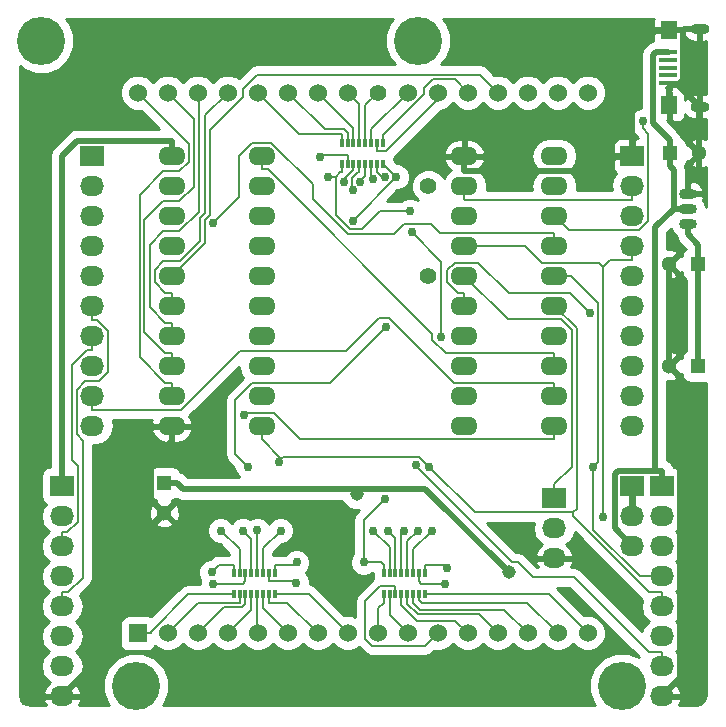
<source format=gbr>
G04 #@! TF.FileFunction,Copper,L2,Bot,Signal*
%FSLAX46Y46*%
G04 Gerber Fmt 4.6, Leading zero omitted, Abs format (unit mm)*
G04 Created by KiCad (PCBNEW (2015-11-29 BZR 6336, Git 7b0d981)-product) date 12/9/2015 5:57:17 PM*
%MOMM*%
G01*
G04 APERTURE LIST*
%ADD10C,0.100000*%
%ADD11R,2.032000X1.727200*%
%ADD12O,2.032000X1.727200*%
%ADD13C,1.524000*%
%ADD14R,1.524000X1.524000*%
%ADD15C,1.397000*%
%ADD16O,2.300000X1.600000*%
%ADD17R,1.300000X1.300000*%
%ADD18C,1.300000*%
%ADD19O,1.501140X0.899160*%
%ADD20R,0.300000X0.800000*%
%ADD21R,1.600000X0.400000*%
%ADD22R,1.400000X1.600000*%
%ADD23O,1.600000X0.900000*%
%ADD24C,4.064000*%
%ADD25C,1.143000*%
%ADD26C,0.762000*%
%ADD27C,0.508000*%
%ADD28C,0.399800*%
%ADD29C,0.203200*%
%ADD30C,0.254000*%
G04 APERTURE END LIST*
D10*
D11*
X170688000Y-93980000D03*
D12*
X170688000Y-96520000D03*
X170688000Y-99060000D03*
X170688000Y-101600000D03*
X170688000Y-104140000D03*
X170688000Y-106680000D03*
X170688000Y-109220000D03*
X170688000Y-111760000D03*
D13*
X164378640Y-60655200D03*
X161838640Y-60655200D03*
X159298640Y-60655200D03*
X156758640Y-60655200D03*
X154218640Y-60655200D03*
X151678640Y-60655200D03*
X149138640Y-60655200D03*
X144058640Y-60655200D03*
X141518640Y-60655200D03*
X138978640Y-60655200D03*
X136438640Y-60655200D03*
X133898640Y-60655200D03*
X131358640Y-60655200D03*
X128818640Y-60655200D03*
X126278640Y-60655200D03*
X164388800Y-106426000D03*
X161848800Y-106426000D03*
X159308800Y-106426000D03*
X156768800Y-106426000D03*
X154228800Y-106426000D03*
X151688800Y-106426000D03*
X149148800Y-106426000D03*
X146608800Y-106426000D03*
X144068800Y-106426000D03*
X141528800Y-106426000D03*
X138988800Y-106426000D03*
X136448800Y-106426000D03*
X133908800Y-106426000D03*
X131368800Y-106426000D03*
X128828800Y-106426000D03*
D14*
X126288800Y-106426000D03*
D15*
X146598640Y-60655200D03*
D16*
X161544000Y-66040000D03*
X161544000Y-68580000D03*
X161544000Y-71120000D03*
X161544000Y-73660000D03*
X161544000Y-76200000D03*
X161544000Y-78740000D03*
X161544000Y-81280000D03*
X161544000Y-83820000D03*
X161544000Y-86360000D03*
X161544000Y-88900000D03*
X153924000Y-88900000D03*
X153924000Y-86360000D03*
X153924000Y-83820000D03*
X153924000Y-81280000D03*
X153924000Y-78740000D03*
X153924000Y-76200000D03*
X153924000Y-73660000D03*
X153924000Y-71120000D03*
X153924000Y-68580000D03*
X153924000Y-66040000D03*
D17*
X171323000Y-65786000D03*
D18*
X173823000Y-65786000D03*
D17*
X173736000Y-83820000D03*
D18*
X171236000Y-83820000D03*
D17*
X128524000Y-93726000D03*
D18*
X128524000Y-96226000D03*
D17*
X173736000Y-75184000D03*
D18*
X171236000Y-75184000D03*
D11*
X161544000Y-94996000D03*
D12*
X161544000Y-97536000D03*
X161544000Y-100076000D03*
D19*
X172847000Y-70485000D03*
X172847000Y-71755000D03*
X172847000Y-69215000D03*
D16*
X136779000Y-66040000D03*
X136779000Y-68580000D03*
X136779000Y-71120000D03*
X136779000Y-73660000D03*
X136779000Y-76200000D03*
X136779000Y-78740000D03*
X136779000Y-81280000D03*
X136779000Y-83820000D03*
X136779000Y-86360000D03*
X136779000Y-88900000D03*
X129159000Y-88900000D03*
X129159000Y-86360000D03*
X129159000Y-83820000D03*
X129159000Y-81280000D03*
X129159000Y-78740000D03*
X129159000Y-76200000D03*
X129159000Y-73660000D03*
X129159000Y-71120000D03*
X129159000Y-68580000D03*
X129159000Y-66040000D03*
D11*
X122428000Y-66040000D03*
D12*
X122428000Y-68580000D03*
X122428000Y-71120000D03*
X122428000Y-73660000D03*
X122428000Y-76200000D03*
X122428000Y-78740000D03*
X122428000Y-81280000D03*
X122428000Y-83820000D03*
X122428000Y-86360000D03*
X122428000Y-88900000D03*
D11*
X168148000Y-66040000D03*
D12*
X168148000Y-68580000D03*
X168148000Y-71120000D03*
X168148000Y-73660000D03*
X168148000Y-76200000D03*
X168148000Y-78740000D03*
X168148000Y-81280000D03*
X168148000Y-83820000D03*
X168148000Y-86360000D03*
X168148000Y-88900000D03*
D15*
X150876000Y-68580000D03*
X150876000Y-76200000D03*
D20*
X147094000Y-101335000D03*
X147094000Y-103135000D03*
X150594000Y-101335000D03*
X150594000Y-103135000D03*
X147594000Y-101335000D03*
X148094000Y-101335000D03*
X148594000Y-101335000D03*
X149094000Y-101335000D03*
X149594000Y-101335000D03*
X150094000Y-101335000D03*
X147594000Y-103135000D03*
X148094000Y-103135000D03*
X148594000Y-103135000D03*
X149594000Y-103135000D03*
X149094000Y-103135000D03*
X150094000Y-103135000D03*
X143538000Y-64886000D03*
X143538000Y-66686000D03*
X147038000Y-64886000D03*
X147038000Y-66686000D03*
X144038000Y-64886000D03*
X144538000Y-64886000D03*
X145038000Y-64886000D03*
X145538000Y-64886000D03*
X146038000Y-64886000D03*
X146538000Y-64886000D03*
X144038000Y-66686000D03*
X144538000Y-66686000D03*
X145038000Y-66686000D03*
X146038000Y-66686000D03*
X145538000Y-66686000D03*
X146538000Y-66686000D03*
X134394000Y-101335000D03*
X134394000Y-103135000D03*
X137894000Y-101335000D03*
X137894000Y-103135000D03*
X134894000Y-101335000D03*
X135394000Y-101335000D03*
X135894000Y-101335000D03*
X136394000Y-101335000D03*
X136894000Y-101335000D03*
X137394000Y-101335000D03*
X134894000Y-103135000D03*
X135394000Y-103135000D03*
X135894000Y-103135000D03*
X136894000Y-103135000D03*
X136394000Y-103135000D03*
X137394000Y-103135000D03*
D21*
X171157460Y-57246100D03*
X171157460Y-57896100D03*
X171157460Y-58546100D03*
X171157460Y-59196100D03*
X171157460Y-59846100D03*
D22*
X171270000Y-55397000D03*
X171270000Y-61697000D03*
D23*
X173857460Y-55247000D03*
X173857460Y-61847000D03*
D24*
X118110000Y-56261000D03*
X167259000Y-110871000D03*
X149987000Y-56261000D03*
X126111000Y-110871000D03*
D11*
X119888000Y-93980000D03*
D12*
X119888000Y-96520000D03*
X119888000Y-99060000D03*
X119888000Y-101600000D03*
X119888000Y-104140000D03*
X119888000Y-106680000D03*
X119888000Y-109220000D03*
X119888000Y-111760000D03*
D11*
X168148000Y-93980000D03*
D12*
X168148000Y-96520000D03*
X168148000Y-99060000D03*
D25*
X157670500Y-101276700D03*
X144803800Y-94659700D03*
D26*
X149465000Y-72499800D03*
X151980500Y-81373200D03*
X150973900Y-92357700D03*
X138199800Y-91967700D03*
X149833900Y-92175500D03*
X164547100Y-79324300D03*
X135608200Y-92341400D03*
X147277400Y-80483500D03*
X165682400Y-96596000D03*
X169024000Y-63075800D03*
X132614400Y-71729100D03*
X164854700Y-92325900D03*
X135234500Y-87931000D03*
X146221300Y-97755500D03*
X147491300Y-97742700D03*
X148840300Y-97742700D03*
X149985700Y-97753900D03*
X151147900Y-97749900D03*
X152305600Y-102231900D03*
X152486600Y-100937500D03*
X145392800Y-100431100D03*
X147171600Y-95051600D03*
X141690600Y-66102100D03*
X143721400Y-68202000D03*
X144458500Y-68928900D03*
X145093700Y-68186700D03*
X146178800Y-68008900D03*
X147194500Y-67782400D03*
X148180400Y-67802100D03*
X144488300Y-71497700D03*
X142349100Y-67775900D03*
X149336600Y-70715000D03*
X133304000Y-97746500D03*
X132686000Y-102231900D03*
X135172400Y-97754200D03*
X136394000Y-97732500D03*
X138381200Y-97753300D03*
X139708800Y-102140100D03*
X139728600Y-100428000D03*
X132546700Y-101263100D03*
D27*
X170688000Y-93980000D02*
X170688000Y-92658900D01*
X171638900Y-67209400D02*
X171323000Y-66893500D01*
X171638900Y-70485000D02*
X171638900Y-67209400D01*
X172847000Y-70485000D02*
X171638900Y-70485000D01*
X170078200Y-72045700D02*
X171638900Y-70485000D01*
X170078200Y-92658900D02*
X170078200Y-72045700D01*
X170688000Y-92658900D02*
X170078200Y-92658900D01*
X166647800Y-97559800D02*
X168148000Y-99060000D01*
X166647800Y-92919300D02*
X166647800Y-97559800D01*
X166908200Y-92658900D02*
X166647800Y-92919300D01*
X170078200Y-92658900D02*
X166908200Y-92658900D01*
X171323000Y-65793500D02*
X171323000Y-66893500D01*
X129094700Y-64718200D02*
X129159000Y-64782500D01*
X121172800Y-64718200D02*
X129094700Y-64718200D01*
X119888000Y-66003000D02*
X121172800Y-64718200D01*
X119888000Y-93980000D02*
X119888000Y-66003000D01*
X129159000Y-66040000D02*
X129159000Y-64782500D01*
X171323000Y-65793500D02*
X171323000Y-65786000D01*
X170134200Y-57238500D02*
X171149900Y-57238500D01*
X169899900Y-57472800D02*
X170134200Y-57238500D01*
X169899900Y-63255400D02*
X169899900Y-57472800D01*
X171323000Y-64678500D02*
X169899900Y-63255400D01*
D28*
X171149900Y-57238500D02*
X171157500Y-57246100D01*
D27*
X171323000Y-65786000D02*
X171323000Y-64678500D01*
X128524000Y-93726000D02*
X129631500Y-93726000D01*
X150601700Y-94207900D02*
X157670500Y-101276700D01*
X144803800Y-94207900D02*
X150601700Y-94207900D01*
X130113400Y-94207900D02*
X144803800Y-94207900D01*
X129631500Y-93726000D02*
X130113400Y-94207900D01*
X144803800Y-94207900D02*
X144803800Y-94659700D01*
X173857500Y-55247000D02*
X172600000Y-55247000D01*
X153924000Y-66040000D02*
X153924000Y-67297500D01*
X168148000Y-66040000D02*
X166674500Y-66040000D01*
X172251100Y-55397000D02*
X172430600Y-55397000D01*
X172450000Y-55397000D02*
X172600000Y-55247000D01*
X172430600Y-55397000D02*
X172450000Y-55397000D01*
X173823000Y-67331900D02*
X173823000Y-65786000D01*
X172847000Y-68307900D02*
X173823000Y-67331900D01*
X172847000Y-69215000D02*
X172847000Y-68307900D01*
X171356100Y-55397000D02*
X172251100Y-55397000D01*
X165417000Y-67297500D02*
X153924000Y-67297500D01*
X166674500Y-66040000D02*
X165417000Y-67297500D01*
X171356100Y-55397000D02*
X171270000Y-55397000D01*
X168148000Y-57361500D02*
X168148000Y-66040000D01*
X170112500Y-55397000D02*
X168148000Y-57361500D01*
X171270000Y-55397000D02*
X170112500Y-55397000D01*
D28*
X171313700Y-60002300D02*
X171157500Y-59846100D01*
D27*
X172430600Y-59570000D02*
X171998300Y-60002300D01*
X172430600Y-55397000D02*
X172430600Y-59570000D01*
X173823000Y-61986900D02*
X173683100Y-61847000D01*
X173823000Y-65786000D02*
X173823000Y-61986900D01*
X173683100Y-61687100D02*
X171998300Y-60002300D01*
X173683100Y-61847000D02*
X173683100Y-61687100D01*
X173857500Y-61847000D02*
X173683100Y-61847000D01*
X171998300Y-60002300D02*
X171313700Y-60002300D01*
X171313700Y-60395800D02*
X171270000Y-60439500D01*
X171313700Y-60002300D02*
X171313700Y-60395800D01*
X171270000Y-61697000D02*
X171270000Y-60439500D01*
X171236000Y-75184000D02*
X171236000Y-83820000D01*
X168148000Y-93980000D02*
X168148000Y-96520000D01*
X129159000Y-88900000D02*
X129159000Y-90157500D01*
X127416500Y-91900000D02*
X129159000Y-90157500D01*
X127416500Y-95118500D02*
X127416500Y-91900000D01*
X128524000Y-96226000D02*
X127416500Y-95118500D01*
X122769000Y-101981000D02*
X128524000Y-96226000D01*
X122769000Y-108879000D02*
X122769000Y-101981000D01*
X119888000Y-111760000D02*
X122769000Y-108879000D01*
X172193300Y-84777300D02*
X171236000Y-83820000D01*
X172193300Y-110254700D02*
X172193300Y-84777300D01*
X170688000Y-111760000D02*
X172193300Y-110254700D01*
X172847000Y-71755000D02*
X172847000Y-72662100D01*
X173736000Y-73551100D02*
X173736000Y-75184000D01*
X172847000Y-72662100D02*
X173736000Y-73551100D01*
X173736000Y-75184000D02*
X173736000Y-83820000D01*
D29*
X151980500Y-75015300D02*
X151980500Y-81373200D01*
X149465000Y-72499800D02*
X151980500Y-75015300D01*
X121950500Y-82448700D02*
X122428000Y-82448700D01*
X120686000Y-83713200D02*
X121950500Y-82448700D01*
X120686000Y-91744200D02*
X120686000Y-83713200D01*
X121209200Y-92267400D02*
X120686000Y-91744200D01*
X121209200Y-97008400D02*
X121209200Y-92267400D01*
X120326300Y-97891300D02*
X121209200Y-97008400D01*
X119888000Y-97891300D02*
X120326300Y-97891300D01*
X119888000Y-99060000D02*
X119888000Y-97891300D01*
X122428000Y-81280000D02*
X122428000Y-82448700D01*
X170688000Y-104140000D02*
X170688000Y-102971300D01*
X163430100Y-95918800D02*
X163144000Y-96204900D01*
X163430100Y-80626100D02*
X163430100Y-95918800D01*
X161544000Y-78740000D02*
X163430100Y-80626100D01*
X163144000Y-96523000D02*
X163144000Y-96204900D01*
X169592300Y-102971300D02*
X163144000Y-96523000D01*
X170688000Y-102971300D02*
X169592300Y-102971300D01*
X154821100Y-96204900D02*
X150973900Y-92357700D01*
X163144000Y-96204900D02*
X154821100Y-96204900D01*
X136779000Y-88900000D02*
X136779000Y-90005100D01*
X138412900Y-91754600D02*
X138199800Y-91967700D01*
X138412900Y-91639000D02*
X138412900Y-91754600D01*
X138412900Y-91639000D02*
X136779000Y-90005100D01*
X138562500Y-91489400D02*
X138412900Y-91639000D01*
X150118200Y-91489400D02*
X138562500Y-91489400D01*
X150973900Y-92345100D02*
X150118200Y-91489400D01*
X150973900Y-92357700D02*
X150973900Y-92345100D01*
X120365500Y-102971300D02*
X119888000Y-102971300D01*
X121623100Y-101713700D02*
X120365500Y-102971300D01*
X121623100Y-90115900D02*
X121623100Y-101713700D01*
X121092800Y-89585600D02*
X121623100Y-90115900D01*
X121092800Y-85819700D02*
X121092800Y-89585600D01*
X121822500Y-85090000D02*
X121092800Y-85819700D01*
X123015600Y-85090000D02*
X121822500Y-85090000D01*
X123792700Y-84312900D02*
X123015600Y-85090000D01*
X123792700Y-80835100D02*
X123792700Y-84312900D01*
X122866300Y-79908700D02*
X123792700Y-80835100D01*
X122428000Y-79908700D02*
X122866300Y-79908700D01*
X122428000Y-78740000D02*
X122428000Y-79908700D01*
X119888000Y-104140000D02*
X119888000Y-102971300D01*
X149833900Y-92284800D02*
X149833900Y-92175500D01*
X157949100Y-100400000D02*
X149833900Y-92284800D01*
X158440900Y-100400000D02*
X157949100Y-100400000D01*
X159744600Y-101703700D02*
X158440900Y-100400000D01*
X163171700Y-101703700D02*
X159744600Y-101703700D01*
X169519300Y-108051300D02*
X163171700Y-101703700D01*
X170688000Y-108051300D02*
X169519300Y-108051300D01*
X170688000Y-109220000D02*
X170688000Y-108051300D01*
X153924000Y-78740000D02*
X153924000Y-77634900D01*
X162857600Y-77634800D02*
X164547100Y-79324300D01*
X157675000Y-77634800D02*
X162857600Y-77634800D01*
X155117400Y-75077200D02*
X157675000Y-77634800D01*
X153098500Y-75077200D02*
X155117400Y-75077200D01*
X152461500Y-75714200D02*
X153098500Y-75077200D01*
X152461500Y-76724900D02*
X152461500Y-75714200D01*
X153371500Y-77634900D02*
X152461500Y-76724900D01*
X153924000Y-77634900D02*
X153371500Y-77634900D01*
X134548400Y-91281600D02*
X135608200Y-92341400D01*
X134548400Y-86677700D02*
X134548400Y-91281600D01*
X135990800Y-85235300D02*
X134548400Y-86677700D01*
X142525600Y-85235300D02*
X135990800Y-85235300D01*
X147277400Y-80483500D02*
X142525600Y-85235300D01*
X131928300Y-73430700D02*
X129159000Y-76200000D01*
X131928300Y-71444900D02*
X131928300Y-73430700D01*
X132367500Y-71005700D02*
X131928300Y-71444900D01*
X132367500Y-63791300D02*
X132367500Y-71005700D01*
X135168600Y-60990200D02*
X132367500Y-63791300D01*
X135168600Y-60376700D02*
X135168600Y-60990200D01*
X136405500Y-59139800D02*
X135168600Y-60376700D01*
X155243200Y-59139800D02*
X136405500Y-59139800D01*
X156758600Y-60655200D02*
X155243200Y-59139800D01*
X129159000Y-78740000D02*
X129159000Y-77634900D01*
X128606500Y-77634900D02*
X129159000Y-77634900D01*
X127700100Y-76728500D02*
X128606500Y-77634900D01*
X127700100Y-75683600D02*
X127700100Y-76728500D01*
X128453700Y-74930000D02*
X127700100Y-75683600D01*
X129827400Y-74930000D02*
X128453700Y-74930000D01*
X131521600Y-73235800D02*
X129827400Y-74930000D01*
X131521600Y-71276400D02*
X131521600Y-73235800D01*
X131960700Y-70837300D02*
X131521600Y-71276400D01*
X131960700Y-62593100D02*
X131960700Y-70837300D01*
X133898600Y-60655200D02*
X131960700Y-62593100D01*
X129159000Y-81280000D02*
X129159000Y-80174900D01*
X128606400Y-80174900D02*
X129159000Y-80174900D01*
X127272200Y-78840700D02*
X128606400Y-80174900D01*
X127272200Y-73571500D02*
X127272200Y-78840700D01*
X128453700Y-72390000D02*
X127272200Y-73571500D01*
X129804100Y-72390000D02*
X128453700Y-72390000D01*
X131435000Y-70759100D02*
X129804100Y-72390000D01*
X131435000Y-60731600D02*
X131435000Y-70759100D01*
X131358600Y-60655200D02*
X131435000Y-60731600D01*
X129159000Y-83820000D02*
X129159000Y-82714900D01*
X131028300Y-62864900D02*
X128818600Y-60655200D01*
X131028300Y-68625800D02*
X131028300Y-62864900D01*
X129804100Y-69850000D02*
X131028300Y-68625800D01*
X128453700Y-69850000D02*
X129804100Y-69850000D01*
X126842600Y-71461100D02*
X128453700Y-69850000D01*
X126842600Y-80951100D02*
X126842600Y-71461100D01*
X128606400Y-82714900D02*
X126842600Y-80951100D01*
X129159000Y-82714900D02*
X128606400Y-82714900D01*
X129159000Y-86360000D02*
X129159000Y-85254900D01*
X130621500Y-64998100D02*
X126278600Y-60655200D01*
X130621500Y-66496500D02*
X130621500Y-64998100D01*
X129808000Y-67310000D02*
X130621500Y-66496500D01*
X128454500Y-67310000D02*
X129808000Y-67310000D01*
X126433300Y-69331200D02*
X128454500Y-67310000D01*
X126433300Y-83081700D02*
X126433300Y-69331200D01*
X128606500Y-85254900D02*
X126433300Y-83081700D01*
X129159000Y-85254900D02*
X128606500Y-85254900D01*
X163023300Y-92348000D02*
X161544000Y-93827300D01*
X163023300Y-80794600D02*
X163023300Y-92348000D01*
X162094800Y-79866100D02*
X163023300Y-80794600D01*
X157590100Y-79866100D02*
X162094800Y-79866100D01*
X153924000Y-76200000D02*
X157590100Y-79866100D01*
X161544000Y-94996000D02*
X161544000Y-93827300D01*
X168148000Y-73660000D02*
X168148000Y-74828700D01*
X166273100Y-74828700D02*
X165682400Y-75419400D01*
X168148000Y-74828700D02*
X166273100Y-74828700D01*
X159078400Y-73660000D02*
X153924000Y-73660000D01*
X160481900Y-75063500D02*
X159078400Y-73660000D01*
X165326500Y-75063500D02*
X160481900Y-75063500D01*
X165682400Y-75419400D02*
X165326500Y-75063500D01*
X165682400Y-96596000D02*
X165682400Y-75419400D01*
X162753500Y-72329500D02*
X161544000Y-71120000D01*
X168751700Y-72329500D02*
X162753500Y-72329500D01*
X169519000Y-71562200D02*
X168751700Y-72329500D01*
X169519000Y-64149200D02*
X169519000Y-71562200D01*
X169024000Y-63654200D02*
X169519000Y-64149200D01*
X169024000Y-63075800D02*
X169024000Y-63654200D01*
X151869000Y-72554900D02*
X161544000Y-72554900D01*
X151122800Y-71808700D02*
X151869000Y-72554900D01*
X148813100Y-71808700D02*
X151122800Y-71808700D01*
X147974000Y-72647800D02*
X148813100Y-71808700D01*
X144057200Y-72647800D02*
X147974000Y-72647800D01*
X141091800Y-69682400D02*
X144057200Y-72647800D01*
X141091800Y-68430500D02*
X141091800Y-69682400D01*
X137576200Y-64914900D02*
X141091800Y-68430500D01*
X135977900Y-64914900D02*
X137576200Y-64914900D01*
X134858600Y-66034200D02*
X135977900Y-64914900D01*
X134858600Y-69484900D02*
X134858600Y-66034200D01*
X132614400Y-71729100D02*
X134858600Y-69484900D01*
X161544000Y-73660000D02*
X161544000Y-72554900D01*
X161544000Y-76200000D02*
X162999100Y-76200000D01*
X164854700Y-97658400D02*
X164854700Y-92325900D01*
X168796300Y-101600000D02*
X164854700Y-97658400D01*
X170688000Y-101600000D02*
X168796300Y-101600000D01*
X165275600Y-78476500D02*
X162999100Y-76200000D01*
X165275600Y-91905000D02*
X165275600Y-78476500D01*
X164854700Y-92325900D02*
X165275600Y-91905000D01*
X122428000Y-86360000D02*
X122428000Y-87528700D01*
X161544000Y-86360000D02*
X161544000Y-85254900D01*
X153043100Y-85254900D02*
X161544000Y-85254900D01*
X147565100Y-79776900D02*
X153043100Y-85254900D01*
X146677200Y-79776900D02*
X147565100Y-79776900D01*
X143904100Y-82550000D02*
X146677200Y-79776900D01*
X134937100Y-82550000D02*
X143904100Y-82550000D01*
X129958400Y-87528700D02*
X134937100Y-82550000D01*
X122428000Y-87528700D02*
X129958400Y-87528700D01*
X140019900Y-90005100D02*
X161544000Y-90005100D01*
X137779000Y-87764200D02*
X140019900Y-90005100D01*
X135401300Y-87764200D02*
X137779000Y-87764200D01*
X135234500Y-87931000D02*
X135401300Y-87764200D01*
X161544000Y-88900000D02*
X161544000Y-90005100D01*
X153987600Y-69748700D02*
X153924000Y-69685100D01*
X168148000Y-69748700D02*
X153987600Y-69748700D01*
X168148000Y-68580000D02*
X168148000Y-69748700D01*
X153924000Y-68580000D02*
X153924000Y-69685100D01*
X147594000Y-99128200D02*
X147594000Y-101335000D01*
X146221300Y-97755500D02*
X147594000Y-99128200D01*
X148094000Y-98345400D02*
X148094000Y-101335000D01*
X147491300Y-97742700D02*
X148094000Y-98345400D01*
X148594100Y-100629900D02*
X148594000Y-100629900D01*
X148594100Y-97988900D02*
X148594100Y-100629900D01*
X148840300Y-97742700D02*
X148594100Y-97988900D01*
X148594000Y-101335000D02*
X148594000Y-100629900D01*
X149094000Y-98645600D02*
X149985700Y-97753900D01*
X149094000Y-101335000D02*
X149094000Y-98645600D01*
X149594000Y-99303800D02*
X149594000Y-101335000D01*
X151147900Y-97749900D02*
X149594000Y-99303800D01*
X150094000Y-101335000D02*
X150094000Y-102040100D01*
X150285800Y-102231900D02*
X152305600Y-102231900D01*
X150094000Y-102040100D02*
X150285800Y-102231900D01*
X152179000Y-100629900D02*
X152486600Y-100937500D01*
X150594000Y-100629900D02*
X152179000Y-100629900D01*
X150594000Y-101335000D02*
X150594000Y-100629900D01*
X147094000Y-101335000D02*
X147094000Y-100629900D01*
X146895200Y-100431100D02*
X145392800Y-100431100D01*
X147094000Y-100629900D02*
X146895200Y-100431100D01*
X145392800Y-96830400D02*
X147171600Y-95051600D01*
X145392800Y-100431100D02*
X145392800Y-96830400D01*
X141811800Y-65980900D02*
X144038000Y-65980900D01*
X141690600Y-66102100D02*
X141811800Y-65980900D01*
X144038000Y-66686000D02*
X144038000Y-65980900D01*
X143721400Y-68004200D02*
X143721400Y-68202000D01*
X144538000Y-67187600D02*
X143721400Y-68004200D01*
X144538000Y-66686000D02*
X144538000Y-67187600D01*
X145038000Y-66686000D02*
X145038000Y-67391100D01*
X144407600Y-68878000D02*
X144458500Y-68928900D01*
X144407600Y-67902500D02*
X144407600Y-68878000D01*
X144919000Y-67391100D02*
X144407600Y-67902500D01*
X145038000Y-67391100D02*
X144919000Y-67391100D01*
X145093700Y-68123700D02*
X145093700Y-68186700D01*
X145538000Y-67679400D02*
X145093700Y-68123700D01*
X145538000Y-66686000D02*
X145538000Y-67679400D01*
X146038000Y-67868100D02*
X146178800Y-68008900D01*
X146038000Y-66686000D02*
X146038000Y-67868100D01*
X146929300Y-67782400D02*
X146538000Y-67391100D01*
X147194500Y-67782400D02*
X146929300Y-67782400D01*
X146538000Y-66686000D02*
X146538000Y-67391100D01*
X148180400Y-67805600D02*
X144488300Y-71497700D01*
X148180400Y-67802100D02*
X148180400Y-67805600D01*
X147068500Y-66686000D02*
X147038000Y-66686000D01*
X148180400Y-67797900D02*
X147068500Y-66686000D01*
X148180400Y-67802100D02*
X148180400Y-67797900D01*
X143538000Y-66686000D02*
X143538000Y-67391100D01*
X146756500Y-70715000D02*
X149336600Y-70715000D01*
X145235900Y-72235600D02*
X146756500Y-70715000D01*
X144232000Y-72235600D02*
X145235900Y-72235600D01*
X143035300Y-71038900D02*
X144232000Y-72235600D01*
X143035300Y-67777600D02*
X143035300Y-71038900D01*
X143421800Y-67391100D02*
X143035300Y-67777600D01*
X143538000Y-67391100D02*
X143421800Y-67391100D01*
X142350800Y-67777600D02*
X142349100Y-67775900D01*
X143035300Y-67777600D02*
X142350800Y-67777600D01*
X134894000Y-99336500D02*
X133304000Y-97746500D01*
X134894000Y-101335000D02*
X134894000Y-99336500D01*
X135394000Y-101335000D02*
X135394000Y-102040100D01*
X135202200Y-102231900D02*
X132686000Y-102231900D01*
X135394000Y-102040100D02*
X135202200Y-102231900D01*
X135894000Y-98475800D02*
X135172400Y-97754200D01*
X135894000Y-101335000D02*
X135894000Y-98475800D01*
X136394000Y-101335000D02*
X136394000Y-97732500D01*
X136894000Y-99240500D02*
X136894000Y-101335000D01*
X138381200Y-97753300D02*
X136894000Y-99240500D01*
X137394000Y-101335000D02*
X137394000Y-102040100D01*
X139608800Y-102040100D02*
X139708800Y-102140100D01*
X137394000Y-102040100D02*
X139608800Y-102040100D01*
X137894000Y-101335000D02*
X137894000Y-100629900D01*
X139526700Y-100629900D02*
X139728600Y-100428000D01*
X137894000Y-100629900D02*
X139526700Y-100629900D01*
X134394000Y-101335000D02*
X134394000Y-100629900D01*
X133179900Y-100629900D02*
X132546700Y-101263100D01*
X134394000Y-100629900D02*
X133179900Y-100629900D01*
X147151800Y-64180900D02*
X147038000Y-64180900D01*
X150552600Y-60780100D02*
X147151800Y-64180900D01*
X150552600Y-60272000D02*
X150552600Y-60780100D01*
X151278000Y-59546600D02*
X150552600Y-60272000D01*
X153110000Y-59546600D02*
X151278000Y-59546600D01*
X154218600Y-60655200D02*
X153110000Y-59546600D01*
X147038000Y-64886000D02*
X147038000Y-64180900D01*
X147316300Y-65591100D02*
X146538000Y-65591100D01*
X151678600Y-61228800D02*
X147316300Y-65591100D01*
X151678600Y-60655200D02*
X151678600Y-61228800D01*
X146538000Y-64886000D02*
X146538000Y-65591100D01*
X146038000Y-63755800D02*
X146038000Y-64886000D01*
X149138600Y-60655200D02*
X146038000Y-63755800D01*
X145038000Y-61634600D02*
X144058600Y-60655200D01*
X145038000Y-64886000D02*
X145038000Y-61634600D01*
X144538000Y-63674600D02*
X144538000Y-64886000D01*
X141518600Y-60655200D02*
X144538000Y-63674600D01*
X144038000Y-64886000D02*
X144038000Y-64180900D01*
X142097600Y-63774200D02*
X138978600Y-60655200D01*
X143706500Y-63774200D02*
X142097600Y-63774200D01*
X144038000Y-64105700D02*
X143706500Y-63774200D01*
X144038000Y-64180900D02*
X144038000Y-64105700D01*
X139964300Y-64180900D02*
X143538000Y-64180900D01*
X136438600Y-60655200D02*
X139964300Y-64180900D01*
X143538000Y-64886000D02*
X143538000Y-64180900D01*
X161097800Y-103135000D02*
X150594000Y-103135000D01*
X164388800Y-106426000D02*
X161097800Y-103135000D01*
X159262900Y-103840100D02*
X161848800Y-106426000D01*
X150317600Y-103840100D02*
X159262900Y-103840100D01*
X150094000Y-103616500D02*
X150317600Y-103840100D01*
X150094000Y-103135000D02*
X150094000Y-103616500D01*
X150176700Y-104422800D02*
X149594000Y-103840100D01*
X157305600Y-104422800D02*
X150176700Y-104422800D01*
X159308800Y-106426000D02*
X157305600Y-104422800D01*
X149594000Y-103135000D02*
X149594000Y-103840100D01*
X149094000Y-103135000D02*
X149094000Y-103840100D01*
X155172400Y-104829600D02*
X156768800Y-106426000D01*
X150008300Y-104829600D02*
X155172400Y-104829600D01*
X149094000Y-103915300D02*
X150008300Y-104829600D01*
X149094000Y-103840100D02*
X149094000Y-103915300D01*
X148594000Y-104035600D02*
X148594000Y-103135000D01*
X149917200Y-105358800D02*
X148594000Y-104035600D01*
X153161600Y-105358800D02*
X149917200Y-105358800D01*
X154228800Y-106426000D02*
X153161600Y-105358800D01*
X146814600Y-102429900D02*
X148094000Y-102429900D01*
X145540900Y-103703600D02*
X146814600Y-102429900D01*
X145540900Y-106911000D02*
X145540900Y-103703600D01*
X146147100Y-107517200D02*
X145540900Y-106911000D01*
X150597600Y-107517200D02*
X146147100Y-107517200D01*
X151688800Y-106426000D02*
X150597600Y-107517200D01*
X148094000Y-103135000D02*
X148094000Y-102429900D01*
X147594000Y-104871200D02*
X147594000Y-103135000D01*
X149148800Y-106426000D02*
X147594000Y-104871200D01*
X146608800Y-104325300D02*
X146608800Y-106426000D01*
X147094000Y-103840100D02*
X146608800Y-104325300D01*
X147094000Y-103135000D02*
X147094000Y-103840100D01*
X140777800Y-103135000D02*
X144068800Y-106426000D01*
X137894000Y-103135000D02*
X140777800Y-103135000D01*
X138942900Y-103840100D02*
X137394000Y-103840100D01*
X141528800Y-106426000D02*
X138942900Y-103840100D01*
X137394000Y-103135000D02*
X137394000Y-103840100D01*
X136894000Y-104331200D02*
X138988800Y-106426000D01*
X136894000Y-103135000D02*
X136894000Y-104331200D01*
X136394000Y-106371200D02*
X136394000Y-103135000D01*
X136448800Y-106426000D02*
X136394000Y-106371200D01*
X135894000Y-104440800D02*
X135894000Y-103135000D01*
X133908800Y-106426000D02*
X135894000Y-104440800D01*
X135394000Y-103135000D02*
X135394000Y-103840100D01*
X135393900Y-103840100D02*
X135394000Y-103840100D01*
X135393900Y-103915400D02*
X135393900Y-103840100D01*
X135062500Y-104246800D02*
X135393900Y-103915400D01*
X133548000Y-104246800D02*
X135062500Y-104246800D01*
X131368800Y-106426000D02*
X133548000Y-104246800D01*
X134894000Y-103135000D02*
X134894000Y-103840100D01*
X131414700Y-103840100D02*
X134894000Y-103840100D01*
X128828800Y-106426000D02*
X131414700Y-103840100D01*
X130513500Y-103135000D02*
X134394000Y-103135000D01*
X127355900Y-106292600D02*
X130513500Y-103135000D01*
X127355900Y-106426000D02*
X127355900Y-106292600D01*
X126288800Y-106426000D02*
X127355900Y-106426000D01*
X145538000Y-61715800D02*
X146598600Y-60655200D01*
X145538000Y-64886000D02*
X145538000Y-61715800D01*
X136779000Y-66040000D02*
X136779000Y-67145100D01*
X161544000Y-83820000D02*
X161544000Y-82714900D01*
X152340900Y-82714900D02*
X161544000Y-82714900D01*
X151207600Y-81581600D02*
X152340900Y-82714900D01*
X151207600Y-81085100D02*
X151207600Y-81581600D01*
X137267600Y-67145100D02*
X151207600Y-81085100D01*
X136779000Y-67145100D02*
X137267600Y-67145100D01*
D30*
G36*
X147619743Y-54676260D02*
X147193486Y-55702801D01*
X147192516Y-56814323D01*
X147616981Y-57841606D01*
X148050817Y-58276200D01*
X136405500Y-58276200D01*
X136075015Y-58341938D01*
X135794843Y-58529142D01*
X134861444Y-59462541D01*
X134763044Y-59363969D01*
X134203112Y-59131465D01*
X133596828Y-59130936D01*
X133036491Y-59362462D01*
X132628304Y-59769937D01*
X132223044Y-59363969D01*
X131663112Y-59131465D01*
X131056828Y-59130936D01*
X130496491Y-59362462D01*
X130088304Y-59769937D01*
X129683044Y-59363969D01*
X129123112Y-59131465D01*
X128516828Y-59130936D01*
X127956491Y-59362462D01*
X127548304Y-59769937D01*
X127143044Y-59363969D01*
X126583112Y-59131465D01*
X125976828Y-59130936D01*
X125416491Y-59362462D01*
X124987409Y-59790796D01*
X124754905Y-60350728D01*
X124754376Y-60957012D01*
X124985902Y-61517349D01*
X125414236Y-61946431D01*
X125974168Y-62178935D01*
X126580452Y-62179464D01*
X126581229Y-62179143D01*
X128104286Y-63702200D01*
X121172800Y-63702200D01*
X120783993Y-63779538D01*
X120454380Y-63999779D01*
X119169580Y-65284580D01*
X118949338Y-65614193D01*
X118949338Y-65614194D01*
X118872000Y-66003000D01*
X118872000Y-92339472D01*
X118589620Y-92392605D01*
X118330271Y-92559492D01*
X118156283Y-92814131D01*
X118095072Y-93116400D01*
X118095072Y-94843600D01*
X118148205Y-95125980D01*
X118315092Y-95385329D01*
X118470467Y-95491493D01*
X118198908Y-95897910D01*
X118075167Y-96520000D01*
X118198908Y-97142090D01*
X118551294Y-97669473D01*
X118731675Y-97790000D01*
X118551294Y-97910527D01*
X118198908Y-98437910D01*
X118075167Y-99060000D01*
X118198908Y-99682090D01*
X118551294Y-100209473D01*
X118731675Y-100330000D01*
X118551294Y-100450527D01*
X118198908Y-100977910D01*
X118075167Y-101600000D01*
X118198908Y-102222090D01*
X118551294Y-102749473D01*
X118731675Y-102870000D01*
X118551294Y-102990527D01*
X118198908Y-103517910D01*
X118075167Y-104140000D01*
X118198908Y-104762090D01*
X118551294Y-105289473D01*
X118731675Y-105410000D01*
X118551294Y-105530527D01*
X118198908Y-106057910D01*
X118075167Y-106680000D01*
X118198908Y-107302090D01*
X118551294Y-107829473D01*
X118731675Y-107950000D01*
X118551294Y-108070527D01*
X118198908Y-108597910D01*
X118075167Y-109220000D01*
X118198908Y-109842090D01*
X118551294Y-110369473D01*
X118856075Y-110573121D01*
X118537268Y-110857964D01*
X118283291Y-111385209D01*
X118280642Y-111400974D01*
X118401783Y-111633000D01*
X119761000Y-111633000D01*
X119761000Y-111613000D01*
X120015000Y-111613000D01*
X120015000Y-111633000D01*
X121374217Y-111633000D01*
X121495358Y-111400974D01*
X121492709Y-111385209D01*
X121238732Y-110857964D01*
X120919925Y-110573121D01*
X121224706Y-110369473D01*
X121577092Y-109842090D01*
X121700833Y-109220000D01*
X121577092Y-108597910D01*
X121224706Y-108070527D01*
X121044325Y-107950000D01*
X121224706Y-107829473D01*
X121577092Y-107302090D01*
X121700833Y-106680000D01*
X121577092Y-106057910D01*
X121224706Y-105530527D01*
X121044325Y-105410000D01*
X121224706Y-105289473D01*
X121577092Y-104762090D01*
X121700833Y-104140000D01*
X121577092Y-103517910D01*
X121362045Y-103196069D01*
X122233757Y-102324357D01*
X122420962Y-102044185D01*
X122429046Y-102003546D01*
X122486700Y-101713700D01*
X122486700Y-97125016D01*
X127804590Y-97125016D01*
X127860271Y-97355611D01*
X128343078Y-97523622D01*
X128853428Y-97494083D01*
X129187729Y-97355611D01*
X129243410Y-97125016D01*
X128524000Y-96405605D01*
X127804590Y-97125016D01*
X122486700Y-97125016D01*
X122486700Y-96045078D01*
X127226378Y-96045078D01*
X127255917Y-96555428D01*
X127394389Y-96889729D01*
X127624984Y-96945410D01*
X128344395Y-96226000D01*
X128703605Y-96226000D01*
X129423016Y-96945410D01*
X129653611Y-96889729D01*
X129821622Y-96406922D01*
X129792083Y-95896572D01*
X129653611Y-95562271D01*
X129423016Y-95506590D01*
X128703605Y-96226000D01*
X128344395Y-96226000D01*
X127624984Y-95506590D01*
X127394389Y-95562271D01*
X127226378Y-96045078D01*
X122486700Y-96045078D01*
X122486700Y-90525600D01*
X122615233Y-90525600D01*
X123237323Y-90401859D01*
X123764706Y-90049473D01*
X124117092Y-89522090D01*
X124171405Y-89249039D01*
X127417096Y-89249039D01*
X127434633Y-89331819D01*
X127704500Y-89824896D01*
X128142517Y-90177166D01*
X128682000Y-90335000D01*
X129032000Y-90335000D01*
X129032000Y-89027000D01*
X129286000Y-89027000D01*
X129286000Y-90335000D01*
X129636000Y-90335000D01*
X130175483Y-90177166D01*
X130613500Y-89824896D01*
X130883367Y-89331819D01*
X130900904Y-89249039D01*
X130778915Y-89027000D01*
X129286000Y-89027000D01*
X129032000Y-89027000D01*
X127539085Y-89027000D01*
X127417096Y-89249039D01*
X124171405Y-89249039D01*
X124240833Y-88900000D01*
X124139846Y-88392300D01*
X127476164Y-88392300D01*
X127434633Y-88468181D01*
X127417096Y-88550961D01*
X127539085Y-88773000D01*
X129032000Y-88773000D01*
X129032000Y-88753000D01*
X129286000Y-88753000D01*
X129286000Y-88773000D01*
X130778915Y-88773000D01*
X130900904Y-88550961D01*
X130883367Y-88468181D01*
X130655879Y-88052535D01*
X134839309Y-83869105D01*
X134948442Y-84417752D01*
X135204226Y-84800559D01*
X133937743Y-86067043D01*
X133750538Y-86347215D01*
X133684800Y-86677700D01*
X133684800Y-91281600D01*
X133741141Y-91564843D01*
X133750538Y-91612085D01*
X133937743Y-91892257D01*
X134465131Y-92419646D01*
X134465002Y-92567759D01*
X134638646Y-92988012D01*
X134842179Y-93191900D01*
X130534240Y-93191900D01*
X130349920Y-93007580D01*
X130020307Y-92787338D01*
X129910830Y-92765562D01*
X129875177Y-92758470D01*
X129730908Y-92534271D01*
X129476269Y-92360283D01*
X129174000Y-92299072D01*
X127874000Y-92299072D01*
X127591620Y-92352205D01*
X127332271Y-92519092D01*
X127158283Y-92773731D01*
X127097072Y-93076000D01*
X127097072Y-94376000D01*
X127150205Y-94658380D01*
X127317092Y-94917729D01*
X127571731Y-95091717D01*
X127847895Y-95147642D01*
X127804590Y-95326984D01*
X128524000Y-96046395D01*
X129243410Y-95326984D01*
X129200191Y-95148000D01*
X129456380Y-95099795D01*
X129557357Y-95034818D01*
X129724593Y-95146562D01*
X130113400Y-95223900D01*
X143594073Y-95223900D01*
X143672654Y-95414080D01*
X144047447Y-95789527D01*
X144537387Y-95992968D01*
X145008507Y-95993379D01*
X144782143Y-96219743D01*
X144594938Y-96499915D01*
X144529200Y-96830400D01*
X144529200Y-99678156D01*
X144424377Y-99782797D01*
X144249999Y-100202746D01*
X144249602Y-100657459D01*
X144423246Y-101077712D01*
X144744497Y-101399523D01*
X145164446Y-101573901D01*
X145619159Y-101574298D01*
X146039412Y-101400654D01*
X146145551Y-101294700D01*
X146167072Y-101294700D01*
X146167072Y-101735000D01*
X146186252Y-101836933D01*
X144930243Y-103092943D01*
X144743038Y-103373115D01*
X144677300Y-103703600D01*
X144677300Y-105028508D01*
X144373272Y-104902265D01*
X143766988Y-104901736D01*
X143766183Y-104902069D01*
X141388457Y-102524343D01*
X141108285Y-102337138D01*
X140851673Y-102286094D01*
X140851998Y-101913741D01*
X140678354Y-101493488D01*
X140479080Y-101293867D01*
X140697023Y-101076303D01*
X140871401Y-100656354D01*
X140871798Y-100201641D01*
X140698154Y-99781388D01*
X140376903Y-99459577D01*
X139956954Y-99285199D01*
X139502241Y-99284802D01*
X139081988Y-99458446D01*
X138773597Y-99766300D01*
X137894000Y-99766300D01*
X137757600Y-99793432D01*
X137757600Y-99598214D01*
X138459446Y-98896369D01*
X138607559Y-98896498D01*
X139027812Y-98722854D01*
X139349623Y-98401603D01*
X139524001Y-97981654D01*
X139524398Y-97526941D01*
X139350754Y-97106688D01*
X139029503Y-96784877D01*
X138609554Y-96610499D01*
X138154841Y-96610102D01*
X137734588Y-96783746D01*
X137412777Y-97104997D01*
X137392062Y-97154884D01*
X137363554Y-97085888D01*
X137042303Y-96764077D01*
X136622354Y-96589699D01*
X136167641Y-96589302D01*
X135756577Y-96759149D01*
X135400754Y-96611399D01*
X134946041Y-96611002D01*
X134525788Y-96784646D01*
X134241831Y-97068109D01*
X133952303Y-96778077D01*
X133532354Y-96603699D01*
X133077641Y-96603302D01*
X132657388Y-96776946D01*
X132335577Y-97098197D01*
X132161199Y-97518146D01*
X132160802Y-97972859D01*
X132334446Y-98393112D01*
X132655697Y-98714923D01*
X133075646Y-98889301D01*
X133225618Y-98889432D01*
X134030400Y-99694215D01*
X134030400Y-99766300D01*
X133179900Y-99766300D01*
X132907707Y-99820443D01*
X132849415Y-99832038D01*
X132569243Y-100019243D01*
X132468455Y-100120031D01*
X132320341Y-100119902D01*
X131900088Y-100293546D01*
X131578277Y-100614797D01*
X131403899Y-101034746D01*
X131403502Y-101489459D01*
X131577146Y-101909712D01*
X131580689Y-101913261D01*
X131543199Y-102003546D01*
X131542965Y-102271400D01*
X130513500Y-102271400D01*
X130183015Y-102337138D01*
X129902843Y-102524342D01*
X127427824Y-104999361D01*
X127353069Y-104948283D01*
X127050800Y-104887072D01*
X125526800Y-104887072D01*
X125244420Y-104940205D01*
X124985071Y-105107092D01*
X124811083Y-105361731D01*
X124749872Y-105664000D01*
X124749872Y-107188000D01*
X124803005Y-107470380D01*
X124969892Y-107729729D01*
X125224531Y-107903717D01*
X125526800Y-107964928D01*
X127050800Y-107964928D01*
X127333180Y-107911795D01*
X127592529Y-107744908D01*
X127754860Y-107507329D01*
X127964396Y-107717231D01*
X128524328Y-107949735D01*
X129130612Y-107950264D01*
X129690949Y-107718738D01*
X130099136Y-107311263D01*
X130504396Y-107717231D01*
X131064328Y-107949735D01*
X131670612Y-107950264D01*
X132230949Y-107718738D01*
X132639136Y-107311263D01*
X133044396Y-107717231D01*
X133604328Y-107949735D01*
X134210612Y-107950264D01*
X134770949Y-107718738D01*
X135179136Y-107311263D01*
X135584396Y-107717231D01*
X136144328Y-107949735D01*
X136750612Y-107950264D01*
X137310949Y-107718738D01*
X137719136Y-107311263D01*
X138124396Y-107717231D01*
X138684328Y-107949735D01*
X139290612Y-107950264D01*
X139850949Y-107718738D01*
X140259136Y-107311263D01*
X140664396Y-107717231D01*
X141224328Y-107949735D01*
X141830612Y-107950264D01*
X142390949Y-107718738D01*
X142799136Y-107311263D01*
X143204396Y-107717231D01*
X143764328Y-107949735D01*
X144370612Y-107950264D01*
X144930949Y-107718738D01*
X145029222Y-107620636D01*
X145536442Y-108127857D01*
X145816614Y-108315062D01*
X145871445Y-108325969D01*
X146147100Y-108380800D01*
X150597600Y-108380800D01*
X150928085Y-108315062D01*
X151208257Y-108127857D01*
X151386377Y-107949737D01*
X151990612Y-107950264D01*
X152550949Y-107718738D01*
X152959136Y-107311263D01*
X153364396Y-107717231D01*
X153924328Y-107949735D01*
X154530612Y-107950264D01*
X155090949Y-107718738D01*
X155499136Y-107311263D01*
X155904396Y-107717231D01*
X156464328Y-107949735D01*
X157070612Y-107950264D01*
X157630949Y-107718738D01*
X158039136Y-107311263D01*
X158444396Y-107717231D01*
X159004328Y-107949735D01*
X159610612Y-107950264D01*
X160170949Y-107718738D01*
X160579136Y-107311263D01*
X160984396Y-107717231D01*
X161544328Y-107949735D01*
X162150612Y-107950264D01*
X162710949Y-107718738D01*
X163119136Y-107311263D01*
X163524396Y-107717231D01*
X164084328Y-107949735D01*
X164690612Y-107950264D01*
X165250949Y-107718738D01*
X165680031Y-107290404D01*
X165912535Y-106730472D01*
X165913064Y-106124188D01*
X165681538Y-105563851D01*
X165253204Y-105134769D01*
X164693272Y-104902265D01*
X164086988Y-104901736D01*
X164086183Y-104902069D01*
X161751414Y-102567300D01*
X162813986Y-102567300D01*
X168684170Y-108437484D01*
X167817199Y-108077486D01*
X166705677Y-108076516D01*
X165678394Y-108500981D01*
X164891743Y-109286260D01*
X164465486Y-110312801D01*
X164464516Y-111424323D01*
X164888981Y-112451606D01*
X164951765Y-112514500D01*
X128419394Y-112514500D01*
X128478257Y-112455740D01*
X128904514Y-111429199D01*
X128905484Y-110317677D01*
X128481019Y-109290394D01*
X127695740Y-108503743D01*
X126669199Y-108077486D01*
X125557677Y-108076516D01*
X124530394Y-108500981D01*
X123743743Y-109286260D01*
X123317486Y-110312801D01*
X123316516Y-111424323D01*
X123740981Y-112451606D01*
X123803765Y-112514500D01*
X121309801Y-112514500D01*
X121492709Y-112134791D01*
X121495358Y-112119026D01*
X121374217Y-111887000D01*
X120015000Y-111887000D01*
X120015000Y-111907000D01*
X119761000Y-111907000D01*
X119761000Y-111887000D01*
X118401783Y-111887000D01*
X118280642Y-112119026D01*
X118283291Y-112134791D01*
X118466199Y-112514500D01*
X117321995Y-112514500D01*
X116837700Y-112453625D01*
X116562610Y-112296943D01*
X116368420Y-112046917D01*
X116268500Y-111682560D01*
X116268500Y-58371048D01*
X116525260Y-58628257D01*
X117551801Y-59054514D01*
X118663323Y-59055484D01*
X119690606Y-58631019D01*
X120477257Y-57845740D01*
X120903514Y-56819199D01*
X120904484Y-55707677D01*
X120480019Y-54680394D01*
X120219580Y-54419500D01*
X147876952Y-54419500D01*
X147619743Y-54676260D01*
X147619743Y-54676260D01*
G37*
X147619743Y-54676260D02*
X147193486Y-55702801D01*
X147192516Y-56814323D01*
X147616981Y-57841606D01*
X148050817Y-58276200D01*
X136405500Y-58276200D01*
X136075015Y-58341938D01*
X135794843Y-58529142D01*
X134861444Y-59462541D01*
X134763044Y-59363969D01*
X134203112Y-59131465D01*
X133596828Y-59130936D01*
X133036491Y-59362462D01*
X132628304Y-59769937D01*
X132223044Y-59363969D01*
X131663112Y-59131465D01*
X131056828Y-59130936D01*
X130496491Y-59362462D01*
X130088304Y-59769937D01*
X129683044Y-59363969D01*
X129123112Y-59131465D01*
X128516828Y-59130936D01*
X127956491Y-59362462D01*
X127548304Y-59769937D01*
X127143044Y-59363969D01*
X126583112Y-59131465D01*
X125976828Y-59130936D01*
X125416491Y-59362462D01*
X124987409Y-59790796D01*
X124754905Y-60350728D01*
X124754376Y-60957012D01*
X124985902Y-61517349D01*
X125414236Y-61946431D01*
X125974168Y-62178935D01*
X126580452Y-62179464D01*
X126581229Y-62179143D01*
X128104286Y-63702200D01*
X121172800Y-63702200D01*
X120783993Y-63779538D01*
X120454380Y-63999779D01*
X119169580Y-65284580D01*
X118949338Y-65614193D01*
X118949338Y-65614194D01*
X118872000Y-66003000D01*
X118872000Y-92339472D01*
X118589620Y-92392605D01*
X118330271Y-92559492D01*
X118156283Y-92814131D01*
X118095072Y-93116400D01*
X118095072Y-94843600D01*
X118148205Y-95125980D01*
X118315092Y-95385329D01*
X118470467Y-95491493D01*
X118198908Y-95897910D01*
X118075167Y-96520000D01*
X118198908Y-97142090D01*
X118551294Y-97669473D01*
X118731675Y-97790000D01*
X118551294Y-97910527D01*
X118198908Y-98437910D01*
X118075167Y-99060000D01*
X118198908Y-99682090D01*
X118551294Y-100209473D01*
X118731675Y-100330000D01*
X118551294Y-100450527D01*
X118198908Y-100977910D01*
X118075167Y-101600000D01*
X118198908Y-102222090D01*
X118551294Y-102749473D01*
X118731675Y-102870000D01*
X118551294Y-102990527D01*
X118198908Y-103517910D01*
X118075167Y-104140000D01*
X118198908Y-104762090D01*
X118551294Y-105289473D01*
X118731675Y-105410000D01*
X118551294Y-105530527D01*
X118198908Y-106057910D01*
X118075167Y-106680000D01*
X118198908Y-107302090D01*
X118551294Y-107829473D01*
X118731675Y-107950000D01*
X118551294Y-108070527D01*
X118198908Y-108597910D01*
X118075167Y-109220000D01*
X118198908Y-109842090D01*
X118551294Y-110369473D01*
X118856075Y-110573121D01*
X118537268Y-110857964D01*
X118283291Y-111385209D01*
X118280642Y-111400974D01*
X118401783Y-111633000D01*
X119761000Y-111633000D01*
X119761000Y-111613000D01*
X120015000Y-111613000D01*
X120015000Y-111633000D01*
X121374217Y-111633000D01*
X121495358Y-111400974D01*
X121492709Y-111385209D01*
X121238732Y-110857964D01*
X120919925Y-110573121D01*
X121224706Y-110369473D01*
X121577092Y-109842090D01*
X121700833Y-109220000D01*
X121577092Y-108597910D01*
X121224706Y-108070527D01*
X121044325Y-107950000D01*
X121224706Y-107829473D01*
X121577092Y-107302090D01*
X121700833Y-106680000D01*
X121577092Y-106057910D01*
X121224706Y-105530527D01*
X121044325Y-105410000D01*
X121224706Y-105289473D01*
X121577092Y-104762090D01*
X121700833Y-104140000D01*
X121577092Y-103517910D01*
X121362045Y-103196069D01*
X122233757Y-102324357D01*
X122420962Y-102044185D01*
X122429046Y-102003546D01*
X122486700Y-101713700D01*
X122486700Y-97125016D01*
X127804590Y-97125016D01*
X127860271Y-97355611D01*
X128343078Y-97523622D01*
X128853428Y-97494083D01*
X129187729Y-97355611D01*
X129243410Y-97125016D01*
X128524000Y-96405605D01*
X127804590Y-97125016D01*
X122486700Y-97125016D01*
X122486700Y-96045078D01*
X127226378Y-96045078D01*
X127255917Y-96555428D01*
X127394389Y-96889729D01*
X127624984Y-96945410D01*
X128344395Y-96226000D01*
X128703605Y-96226000D01*
X129423016Y-96945410D01*
X129653611Y-96889729D01*
X129821622Y-96406922D01*
X129792083Y-95896572D01*
X129653611Y-95562271D01*
X129423016Y-95506590D01*
X128703605Y-96226000D01*
X128344395Y-96226000D01*
X127624984Y-95506590D01*
X127394389Y-95562271D01*
X127226378Y-96045078D01*
X122486700Y-96045078D01*
X122486700Y-90525600D01*
X122615233Y-90525600D01*
X123237323Y-90401859D01*
X123764706Y-90049473D01*
X124117092Y-89522090D01*
X124171405Y-89249039D01*
X127417096Y-89249039D01*
X127434633Y-89331819D01*
X127704500Y-89824896D01*
X128142517Y-90177166D01*
X128682000Y-90335000D01*
X129032000Y-90335000D01*
X129032000Y-89027000D01*
X129286000Y-89027000D01*
X129286000Y-90335000D01*
X129636000Y-90335000D01*
X130175483Y-90177166D01*
X130613500Y-89824896D01*
X130883367Y-89331819D01*
X130900904Y-89249039D01*
X130778915Y-89027000D01*
X129286000Y-89027000D01*
X129032000Y-89027000D01*
X127539085Y-89027000D01*
X127417096Y-89249039D01*
X124171405Y-89249039D01*
X124240833Y-88900000D01*
X124139846Y-88392300D01*
X127476164Y-88392300D01*
X127434633Y-88468181D01*
X127417096Y-88550961D01*
X127539085Y-88773000D01*
X129032000Y-88773000D01*
X129032000Y-88753000D01*
X129286000Y-88753000D01*
X129286000Y-88773000D01*
X130778915Y-88773000D01*
X130900904Y-88550961D01*
X130883367Y-88468181D01*
X130655879Y-88052535D01*
X134839309Y-83869105D01*
X134948442Y-84417752D01*
X135204226Y-84800559D01*
X133937743Y-86067043D01*
X133750538Y-86347215D01*
X133684800Y-86677700D01*
X133684800Y-91281600D01*
X133741141Y-91564843D01*
X133750538Y-91612085D01*
X133937743Y-91892257D01*
X134465131Y-92419646D01*
X134465002Y-92567759D01*
X134638646Y-92988012D01*
X134842179Y-93191900D01*
X130534240Y-93191900D01*
X130349920Y-93007580D01*
X130020307Y-92787338D01*
X129910830Y-92765562D01*
X129875177Y-92758470D01*
X129730908Y-92534271D01*
X129476269Y-92360283D01*
X129174000Y-92299072D01*
X127874000Y-92299072D01*
X127591620Y-92352205D01*
X127332271Y-92519092D01*
X127158283Y-92773731D01*
X127097072Y-93076000D01*
X127097072Y-94376000D01*
X127150205Y-94658380D01*
X127317092Y-94917729D01*
X127571731Y-95091717D01*
X127847895Y-95147642D01*
X127804590Y-95326984D01*
X128524000Y-96046395D01*
X129243410Y-95326984D01*
X129200191Y-95148000D01*
X129456380Y-95099795D01*
X129557357Y-95034818D01*
X129724593Y-95146562D01*
X130113400Y-95223900D01*
X143594073Y-95223900D01*
X143672654Y-95414080D01*
X144047447Y-95789527D01*
X144537387Y-95992968D01*
X145008507Y-95993379D01*
X144782143Y-96219743D01*
X144594938Y-96499915D01*
X144529200Y-96830400D01*
X144529200Y-99678156D01*
X144424377Y-99782797D01*
X144249999Y-100202746D01*
X144249602Y-100657459D01*
X144423246Y-101077712D01*
X144744497Y-101399523D01*
X145164446Y-101573901D01*
X145619159Y-101574298D01*
X146039412Y-101400654D01*
X146145551Y-101294700D01*
X146167072Y-101294700D01*
X146167072Y-101735000D01*
X146186252Y-101836933D01*
X144930243Y-103092943D01*
X144743038Y-103373115D01*
X144677300Y-103703600D01*
X144677300Y-105028508D01*
X144373272Y-104902265D01*
X143766988Y-104901736D01*
X143766183Y-104902069D01*
X141388457Y-102524343D01*
X141108285Y-102337138D01*
X140851673Y-102286094D01*
X140851998Y-101913741D01*
X140678354Y-101493488D01*
X140479080Y-101293867D01*
X140697023Y-101076303D01*
X140871401Y-100656354D01*
X140871798Y-100201641D01*
X140698154Y-99781388D01*
X140376903Y-99459577D01*
X139956954Y-99285199D01*
X139502241Y-99284802D01*
X139081988Y-99458446D01*
X138773597Y-99766300D01*
X137894000Y-99766300D01*
X137757600Y-99793432D01*
X137757600Y-99598214D01*
X138459446Y-98896369D01*
X138607559Y-98896498D01*
X139027812Y-98722854D01*
X139349623Y-98401603D01*
X139524001Y-97981654D01*
X139524398Y-97526941D01*
X139350754Y-97106688D01*
X139029503Y-96784877D01*
X138609554Y-96610499D01*
X138154841Y-96610102D01*
X137734588Y-96783746D01*
X137412777Y-97104997D01*
X137392062Y-97154884D01*
X137363554Y-97085888D01*
X137042303Y-96764077D01*
X136622354Y-96589699D01*
X136167641Y-96589302D01*
X135756577Y-96759149D01*
X135400754Y-96611399D01*
X134946041Y-96611002D01*
X134525788Y-96784646D01*
X134241831Y-97068109D01*
X133952303Y-96778077D01*
X133532354Y-96603699D01*
X133077641Y-96603302D01*
X132657388Y-96776946D01*
X132335577Y-97098197D01*
X132161199Y-97518146D01*
X132160802Y-97972859D01*
X132334446Y-98393112D01*
X132655697Y-98714923D01*
X133075646Y-98889301D01*
X133225618Y-98889432D01*
X134030400Y-99694215D01*
X134030400Y-99766300D01*
X133179900Y-99766300D01*
X132907707Y-99820443D01*
X132849415Y-99832038D01*
X132569243Y-100019243D01*
X132468455Y-100120031D01*
X132320341Y-100119902D01*
X131900088Y-100293546D01*
X131578277Y-100614797D01*
X131403899Y-101034746D01*
X131403502Y-101489459D01*
X131577146Y-101909712D01*
X131580689Y-101913261D01*
X131543199Y-102003546D01*
X131542965Y-102271400D01*
X130513500Y-102271400D01*
X130183015Y-102337138D01*
X129902843Y-102524342D01*
X127427824Y-104999361D01*
X127353069Y-104948283D01*
X127050800Y-104887072D01*
X125526800Y-104887072D01*
X125244420Y-104940205D01*
X124985071Y-105107092D01*
X124811083Y-105361731D01*
X124749872Y-105664000D01*
X124749872Y-107188000D01*
X124803005Y-107470380D01*
X124969892Y-107729729D01*
X125224531Y-107903717D01*
X125526800Y-107964928D01*
X127050800Y-107964928D01*
X127333180Y-107911795D01*
X127592529Y-107744908D01*
X127754860Y-107507329D01*
X127964396Y-107717231D01*
X128524328Y-107949735D01*
X129130612Y-107950264D01*
X129690949Y-107718738D01*
X130099136Y-107311263D01*
X130504396Y-107717231D01*
X131064328Y-107949735D01*
X131670612Y-107950264D01*
X132230949Y-107718738D01*
X132639136Y-107311263D01*
X133044396Y-107717231D01*
X133604328Y-107949735D01*
X134210612Y-107950264D01*
X134770949Y-107718738D01*
X135179136Y-107311263D01*
X135584396Y-107717231D01*
X136144328Y-107949735D01*
X136750612Y-107950264D01*
X137310949Y-107718738D01*
X137719136Y-107311263D01*
X138124396Y-107717231D01*
X138684328Y-107949735D01*
X139290612Y-107950264D01*
X139850949Y-107718738D01*
X140259136Y-107311263D01*
X140664396Y-107717231D01*
X141224328Y-107949735D01*
X141830612Y-107950264D01*
X142390949Y-107718738D01*
X142799136Y-107311263D01*
X143204396Y-107717231D01*
X143764328Y-107949735D01*
X144370612Y-107950264D01*
X144930949Y-107718738D01*
X145029222Y-107620636D01*
X145536442Y-108127857D01*
X145816614Y-108315062D01*
X145871445Y-108325969D01*
X146147100Y-108380800D01*
X150597600Y-108380800D01*
X150928085Y-108315062D01*
X151208257Y-108127857D01*
X151386377Y-107949737D01*
X151990612Y-107950264D01*
X152550949Y-107718738D01*
X152959136Y-107311263D01*
X153364396Y-107717231D01*
X153924328Y-107949735D01*
X154530612Y-107950264D01*
X155090949Y-107718738D01*
X155499136Y-107311263D01*
X155904396Y-107717231D01*
X156464328Y-107949735D01*
X157070612Y-107950264D01*
X157630949Y-107718738D01*
X158039136Y-107311263D01*
X158444396Y-107717231D01*
X159004328Y-107949735D01*
X159610612Y-107950264D01*
X160170949Y-107718738D01*
X160579136Y-107311263D01*
X160984396Y-107717231D01*
X161544328Y-107949735D01*
X162150612Y-107950264D01*
X162710949Y-107718738D01*
X163119136Y-107311263D01*
X163524396Y-107717231D01*
X164084328Y-107949735D01*
X164690612Y-107950264D01*
X165250949Y-107718738D01*
X165680031Y-107290404D01*
X165912535Y-106730472D01*
X165913064Y-106124188D01*
X165681538Y-105563851D01*
X165253204Y-105134769D01*
X164693272Y-104902265D01*
X164086988Y-104901736D01*
X164086183Y-104902069D01*
X161751414Y-102567300D01*
X162813986Y-102567300D01*
X168684170Y-108437484D01*
X167817199Y-108077486D01*
X166705677Y-108076516D01*
X165678394Y-108500981D01*
X164891743Y-109286260D01*
X164465486Y-110312801D01*
X164464516Y-111424323D01*
X164888981Y-112451606D01*
X164951765Y-112514500D01*
X128419394Y-112514500D01*
X128478257Y-112455740D01*
X128904514Y-111429199D01*
X128905484Y-110317677D01*
X128481019Y-109290394D01*
X127695740Y-108503743D01*
X126669199Y-108077486D01*
X125557677Y-108076516D01*
X124530394Y-108500981D01*
X123743743Y-109286260D01*
X123317486Y-110312801D01*
X123316516Y-111424323D01*
X123740981Y-112451606D01*
X123803765Y-112514500D01*
X121309801Y-112514500D01*
X121492709Y-112134791D01*
X121495358Y-112119026D01*
X121374217Y-111887000D01*
X120015000Y-111887000D01*
X120015000Y-111907000D01*
X119761000Y-111907000D01*
X119761000Y-111887000D01*
X118401783Y-111887000D01*
X118280642Y-112119026D01*
X118283291Y-112134791D01*
X118466199Y-112514500D01*
X117321995Y-112514500D01*
X116837700Y-112453625D01*
X116562610Y-112296943D01*
X116368420Y-112046917D01*
X116268500Y-111682560D01*
X116268500Y-58371048D01*
X116525260Y-58628257D01*
X117551801Y-59054514D01*
X118663323Y-59055484D01*
X119690606Y-58631019D01*
X120477257Y-57845740D01*
X120903514Y-56819199D01*
X120904484Y-55707677D01*
X120480019Y-54680394D01*
X120219580Y-54419500D01*
X147876952Y-54419500D01*
X147619743Y-54676260D01*
G36*
X171397023Y-72218652D02*
X171659661Y-72611716D01*
X171845705Y-72736027D01*
X171891565Y-72966580D01*
X171908338Y-73050907D01*
X172128580Y-73380520D01*
X172654330Y-73906271D01*
X172544271Y-73977092D01*
X172370283Y-74231731D01*
X172314358Y-74507895D01*
X172135016Y-74464590D01*
X171415605Y-75184000D01*
X172135016Y-75903410D01*
X172314000Y-75860191D01*
X172362205Y-76116380D01*
X172529092Y-76375729D01*
X172720000Y-76506171D01*
X172720000Y-82500013D01*
X172544271Y-82613092D01*
X172370283Y-82867731D01*
X172314358Y-83143895D01*
X172135016Y-83100590D01*
X171415605Y-83820000D01*
X172135016Y-84539410D01*
X172314000Y-84496191D01*
X172362205Y-84752380D01*
X172529092Y-85011729D01*
X172783731Y-85185717D01*
X173086000Y-85246928D01*
X174363500Y-85246928D01*
X174363500Y-111506000D01*
X174375198Y-111564811D01*
X174328025Y-111940100D01*
X174171343Y-112215190D01*
X173921317Y-112409380D01*
X173537999Y-112514500D01*
X172109801Y-112514500D01*
X172292709Y-112134791D01*
X172295358Y-112119026D01*
X172174217Y-111887000D01*
X170815000Y-111887000D01*
X170815000Y-111907000D01*
X170561000Y-111907000D01*
X170561000Y-111887000D01*
X170541000Y-111887000D01*
X170541000Y-111633000D01*
X170561000Y-111633000D01*
X170561000Y-111613000D01*
X170815000Y-111613000D01*
X170815000Y-111633000D01*
X172174217Y-111633000D01*
X172295358Y-111400974D01*
X172292709Y-111385209D01*
X172038732Y-110857964D01*
X171719925Y-110573121D01*
X172024706Y-110369473D01*
X172377092Y-109842090D01*
X172500833Y-109220000D01*
X172377092Y-108597910D01*
X172024706Y-108070527D01*
X171844325Y-107950000D01*
X172024706Y-107829473D01*
X172377092Y-107302090D01*
X172500833Y-106680000D01*
X172377092Y-106057910D01*
X172024706Y-105530527D01*
X171844325Y-105410000D01*
X172024706Y-105289473D01*
X172377092Y-104762090D01*
X172500833Y-104140000D01*
X172377092Y-103517910D01*
X172024706Y-102990527D01*
X171844325Y-102870000D01*
X172024706Y-102749473D01*
X172377092Y-102222090D01*
X172500833Y-101600000D01*
X172377092Y-100977910D01*
X172024706Y-100450527D01*
X171844325Y-100330000D01*
X172024706Y-100209473D01*
X172377092Y-99682090D01*
X172500833Y-99060000D01*
X172377092Y-98437910D01*
X172024706Y-97910527D01*
X171844325Y-97790000D01*
X172024706Y-97669473D01*
X172377092Y-97142090D01*
X172500833Y-96520000D01*
X172377092Y-95897910D01*
X172105173Y-95490954D01*
X172245729Y-95400508D01*
X172419717Y-95145869D01*
X172480928Y-94843600D01*
X172480928Y-93116400D01*
X172427795Y-92834020D01*
X172260908Y-92574671D01*
X172006269Y-92400683D01*
X171704000Y-92339472D01*
X171640462Y-92339472D01*
X171626662Y-92270094D01*
X171406420Y-91940480D01*
X171094200Y-91731860D01*
X171094200Y-85115358D01*
X171565428Y-85088083D01*
X171899729Y-84949611D01*
X171955410Y-84719016D01*
X171236000Y-83999605D01*
X171221858Y-84013748D01*
X171094200Y-83886090D01*
X171094200Y-83753910D01*
X171221858Y-83626253D01*
X171236000Y-83640395D01*
X171955410Y-82920984D01*
X171899729Y-82690389D01*
X171416922Y-82522378D01*
X171094200Y-82541057D01*
X171094200Y-76479358D01*
X171565428Y-76452083D01*
X171899729Y-76313611D01*
X171955410Y-76083016D01*
X171236000Y-75363605D01*
X171221858Y-75377748D01*
X171094200Y-75250090D01*
X171094200Y-75117910D01*
X171221858Y-74990253D01*
X171236000Y-75004395D01*
X171955410Y-74284984D01*
X171899729Y-74054389D01*
X171416922Y-73886378D01*
X171094200Y-73905057D01*
X171094200Y-72466540D01*
X171387909Y-72172832D01*
X171397023Y-72218652D01*
X171397023Y-72218652D01*
G37*
X171397023Y-72218652D02*
X171659661Y-72611716D01*
X171845705Y-72736027D01*
X171891565Y-72966580D01*
X171908338Y-73050907D01*
X172128580Y-73380520D01*
X172654330Y-73906271D01*
X172544271Y-73977092D01*
X172370283Y-74231731D01*
X172314358Y-74507895D01*
X172135016Y-74464590D01*
X171415605Y-75184000D01*
X172135016Y-75903410D01*
X172314000Y-75860191D01*
X172362205Y-76116380D01*
X172529092Y-76375729D01*
X172720000Y-76506171D01*
X172720000Y-82500013D01*
X172544271Y-82613092D01*
X172370283Y-82867731D01*
X172314358Y-83143895D01*
X172135016Y-83100590D01*
X171415605Y-83820000D01*
X172135016Y-84539410D01*
X172314000Y-84496191D01*
X172362205Y-84752380D01*
X172529092Y-85011729D01*
X172783731Y-85185717D01*
X173086000Y-85246928D01*
X174363500Y-85246928D01*
X174363500Y-111506000D01*
X174375198Y-111564811D01*
X174328025Y-111940100D01*
X174171343Y-112215190D01*
X173921317Y-112409380D01*
X173537999Y-112514500D01*
X172109801Y-112514500D01*
X172292709Y-112134791D01*
X172295358Y-112119026D01*
X172174217Y-111887000D01*
X170815000Y-111887000D01*
X170815000Y-111907000D01*
X170561000Y-111907000D01*
X170561000Y-111887000D01*
X170541000Y-111887000D01*
X170541000Y-111633000D01*
X170561000Y-111633000D01*
X170561000Y-111613000D01*
X170815000Y-111613000D01*
X170815000Y-111633000D01*
X172174217Y-111633000D01*
X172295358Y-111400974D01*
X172292709Y-111385209D01*
X172038732Y-110857964D01*
X171719925Y-110573121D01*
X172024706Y-110369473D01*
X172377092Y-109842090D01*
X172500833Y-109220000D01*
X172377092Y-108597910D01*
X172024706Y-108070527D01*
X171844325Y-107950000D01*
X172024706Y-107829473D01*
X172377092Y-107302090D01*
X172500833Y-106680000D01*
X172377092Y-106057910D01*
X172024706Y-105530527D01*
X171844325Y-105410000D01*
X172024706Y-105289473D01*
X172377092Y-104762090D01*
X172500833Y-104140000D01*
X172377092Y-103517910D01*
X172024706Y-102990527D01*
X171844325Y-102870000D01*
X172024706Y-102749473D01*
X172377092Y-102222090D01*
X172500833Y-101600000D01*
X172377092Y-100977910D01*
X172024706Y-100450527D01*
X171844325Y-100330000D01*
X172024706Y-100209473D01*
X172377092Y-99682090D01*
X172500833Y-99060000D01*
X172377092Y-98437910D01*
X172024706Y-97910527D01*
X171844325Y-97790000D01*
X172024706Y-97669473D01*
X172377092Y-97142090D01*
X172500833Y-96520000D01*
X172377092Y-95897910D01*
X172105173Y-95490954D01*
X172245729Y-95400508D01*
X172419717Y-95145869D01*
X172480928Y-94843600D01*
X172480928Y-93116400D01*
X172427795Y-92834020D01*
X172260908Y-92574671D01*
X172006269Y-92400683D01*
X171704000Y-92339472D01*
X171640462Y-92339472D01*
X171626662Y-92270094D01*
X171406420Y-91940480D01*
X171094200Y-91731860D01*
X171094200Y-85115358D01*
X171565428Y-85088083D01*
X171899729Y-84949611D01*
X171955410Y-84719016D01*
X171236000Y-83999605D01*
X171221858Y-84013748D01*
X171094200Y-83886090D01*
X171094200Y-83753910D01*
X171221858Y-83626253D01*
X171236000Y-83640395D01*
X171955410Y-82920984D01*
X171899729Y-82690389D01*
X171416922Y-82522378D01*
X171094200Y-82541057D01*
X171094200Y-76479358D01*
X171565428Y-76452083D01*
X171899729Y-76313611D01*
X171955410Y-76083016D01*
X171236000Y-75363605D01*
X171221858Y-75377748D01*
X171094200Y-75250090D01*
X171094200Y-75117910D01*
X171221858Y-74990253D01*
X171236000Y-75004395D01*
X171955410Y-74284984D01*
X171899729Y-74054389D01*
X171416922Y-73886378D01*
X171094200Y-73905057D01*
X171094200Y-72466540D01*
X171387909Y-72172832D01*
X171397023Y-72218652D01*
G36*
X159731167Y-97536000D02*
X159854908Y-98158090D01*
X160207294Y-98685473D01*
X160512075Y-98889121D01*
X160193268Y-99173964D01*
X159939291Y-99701209D01*
X159936642Y-99716974D01*
X160057783Y-99949000D01*
X161417000Y-99949000D01*
X161417000Y-99929000D01*
X161671000Y-99929000D01*
X161671000Y-99949000D01*
X163030217Y-99949000D01*
X163151358Y-99716974D01*
X163148709Y-99701209D01*
X162894732Y-99173964D01*
X162575925Y-98889121D01*
X162880706Y-98685473D01*
X163233092Y-98158090D01*
X163286960Y-97887274D01*
X168981642Y-103581957D01*
X168985637Y-103584627D01*
X168875167Y-104140000D01*
X168998908Y-104762090D01*
X169351294Y-105289473D01*
X169531675Y-105410000D01*
X169351294Y-105530527D01*
X168998908Y-106057910D01*
X168957151Y-106267837D01*
X163782357Y-101093043D01*
X163502185Y-100905838D01*
X163171700Y-100840100D01*
X162961177Y-100840100D01*
X163148709Y-100450791D01*
X163151358Y-100435026D01*
X163030217Y-100203000D01*
X161671000Y-100203000D01*
X161671000Y-100223000D01*
X161417000Y-100223000D01*
X161417000Y-100203000D01*
X160057783Y-100203000D01*
X159936642Y-100435026D01*
X159939291Y-100450791D01*
X160126823Y-100840100D01*
X160102315Y-100840100D01*
X159051557Y-99789343D01*
X158771385Y-99602138D01*
X158440900Y-99536400D01*
X158306814Y-99536400D01*
X155838914Y-97068500D01*
X159824158Y-97068500D01*
X159731167Y-97536000D01*
X159731167Y-97536000D01*
G37*
X159731167Y-97536000D02*
X159854908Y-98158090D01*
X160207294Y-98685473D01*
X160512075Y-98889121D01*
X160193268Y-99173964D01*
X159939291Y-99701209D01*
X159936642Y-99716974D01*
X160057783Y-99949000D01*
X161417000Y-99949000D01*
X161417000Y-99929000D01*
X161671000Y-99929000D01*
X161671000Y-99949000D01*
X163030217Y-99949000D01*
X163151358Y-99716974D01*
X163148709Y-99701209D01*
X162894732Y-99173964D01*
X162575925Y-98889121D01*
X162880706Y-98685473D01*
X163233092Y-98158090D01*
X163286960Y-97887274D01*
X168981642Y-103581957D01*
X168985637Y-103584627D01*
X168875167Y-104140000D01*
X168998908Y-104762090D01*
X169351294Y-105289473D01*
X169531675Y-105410000D01*
X169351294Y-105530527D01*
X168998908Y-106057910D01*
X168957151Y-106267837D01*
X163782357Y-101093043D01*
X163502185Y-100905838D01*
X163171700Y-100840100D01*
X162961177Y-100840100D01*
X163148709Y-100450791D01*
X163151358Y-100435026D01*
X163030217Y-100203000D01*
X161671000Y-100203000D01*
X161671000Y-100223000D01*
X161417000Y-100223000D01*
X161417000Y-100203000D01*
X160057783Y-100203000D01*
X159936642Y-100435026D01*
X159939291Y-100450791D01*
X160126823Y-100840100D01*
X160102315Y-100840100D01*
X159051557Y-99789343D01*
X158771385Y-99602138D01*
X158440900Y-99536400D01*
X158306814Y-99536400D01*
X155838914Y-97068500D01*
X159824158Y-97068500D01*
X159731167Y-97536000D01*
G36*
X168275000Y-93853000D02*
X168295000Y-93853000D01*
X168295000Y-94107000D01*
X168275000Y-94107000D01*
X168275000Y-96393000D01*
X168295000Y-96393000D01*
X168295000Y-96647000D01*
X168275000Y-96647000D01*
X168275000Y-96667000D01*
X168021000Y-96667000D01*
X168021000Y-96647000D01*
X168001000Y-96647000D01*
X168001000Y-96393000D01*
X168021000Y-96393000D01*
X168021000Y-94107000D01*
X168001000Y-94107000D01*
X168001000Y-93853000D01*
X168021000Y-93853000D01*
X168021000Y-93833000D01*
X168275000Y-93833000D01*
X168275000Y-93853000D01*
X168275000Y-93853000D01*
G37*
X168275000Y-93853000D02*
X168295000Y-93853000D01*
X168295000Y-94107000D01*
X168275000Y-94107000D01*
X168275000Y-96393000D01*
X168295000Y-96393000D01*
X168295000Y-96647000D01*
X168275000Y-96647000D01*
X168275000Y-96667000D01*
X168021000Y-96667000D01*
X168021000Y-96647000D01*
X168001000Y-96647000D01*
X168001000Y-96393000D01*
X168021000Y-96393000D01*
X168021000Y-94107000D01*
X168001000Y-94107000D01*
X168001000Y-93853000D01*
X168021000Y-93853000D01*
X168021000Y-93833000D01*
X168275000Y-93833000D01*
X168275000Y-93853000D01*
G36*
X173984460Y-55120000D02*
X174004460Y-55120000D01*
X174004460Y-55374000D01*
X173984460Y-55374000D01*
X173984460Y-56332000D01*
X174334460Y-56332000D01*
X174363500Y-56322606D01*
X174363500Y-60771394D01*
X174334460Y-60762000D01*
X173984460Y-60762000D01*
X173984460Y-61720000D01*
X174004460Y-61720000D01*
X174004460Y-61974000D01*
X173984460Y-61974000D01*
X173984460Y-62932000D01*
X174334460Y-62932000D01*
X174363500Y-62922606D01*
X174363500Y-64613507D01*
X174003922Y-64488378D01*
X173493572Y-64517917D01*
X173159271Y-64656389D01*
X173103590Y-64886984D01*
X173823000Y-65606395D01*
X173837142Y-65592252D01*
X174016748Y-65771858D01*
X174002605Y-65786000D01*
X174016748Y-65800142D01*
X173837142Y-65979748D01*
X173823000Y-65965605D01*
X173103590Y-66685016D01*
X173159271Y-66915611D01*
X173642078Y-67083622D01*
X174152428Y-67054083D01*
X174363500Y-66966654D01*
X174363500Y-70355782D01*
X174296977Y-70021348D01*
X174091696Y-69714124D01*
X174191981Y-69508935D01*
X174065068Y-69342000D01*
X173522398Y-69342000D01*
X173177623Y-69273420D01*
X172700000Y-69273420D01*
X172700000Y-69088000D01*
X172720000Y-69088000D01*
X172720000Y-68130420D01*
X172974000Y-68130420D01*
X172974000Y-69088000D01*
X174065068Y-69088000D01*
X174191981Y-68921065D01*
X174004706Y-68537889D01*
X173680373Y-68261580D01*
X173274990Y-68130420D01*
X172974000Y-68130420D01*
X172720000Y-68130420D01*
X172654900Y-68130420D01*
X172654900Y-67209400D01*
X172589942Y-66882831D01*
X172688717Y-66738269D01*
X172744642Y-66462105D01*
X172923984Y-66505410D01*
X173643395Y-65786000D01*
X172923984Y-65066590D01*
X172745000Y-65109809D01*
X172696795Y-64853620D01*
X172529908Y-64594271D01*
X172289583Y-64430063D01*
X172261662Y-64289694D01*
X172188581Y-64180321D01*
X172041420Y-63960079D01*
X171098795Y-63017455D01*
X171143000Y-62973250D01*
X171143000Y-61824000D01*
X171123000Y-61824000D01*
X171123000Y-61570000D01*
X171143000Y-61570000D01*
X171143000Y-60420750D01*
X171030460Y-60308210D01*
X171030460Y-60173028D01*
X171284460Y-60173028D01*
X171284460Y-60522350D01*
X171397000Y-60634890D01*
X171397000Y-61570000D01*
X171417000Y-61570000D01*
X171417000Y-61824000D01*
X171397000Y-61824000D01*
X171397000Y-62973250D01*
X171555750Y-63132000D01*
X172096310Y-63132000D01*
X172329699Y-63035327D01*
X172508327Y-62856698D01*
X172605000Y-62623309D01*
X172605000Y-62431424D01*
X172650447Y-62524408D01*
X172974916Y-62800808D01*
X173380460Y-62932000D01*
X173730460Y-62932000D01*
X173730460Y-61974000D01*
X173710460Y-61974000D01*
X173710460Y-61720000D01*
X173730460Y-61720000D01*
X173730460Y-60762000D01*
X173380460Y-60762000D01*
X172974916Y-60893192D01*
X172650447Y-61169592D01*
X172605000Y-61262576D01*
X172605000Y-60770691D01*
X172508327Y-60537302D01*
X172436306Y-60465280D01*
X172495787Y-60405799D01*
X172592460Y-60172410D01*
X172592460Y-60104850D01*
X172463551Y-59975941D01*
X172499189Y-59953008D01*
X172673177Y-59698369D01*
X172734388Y-59396100D01*
X172734388Y-58996100D01*
X172710004Y-58866510D01*
X172734388Y-58746100D01*
X172734388Y-58346100D01*
X172710004Y-58216510D01*
X172734388Y-58096100D01*
X172734388Y-57696100D01*
X172710004Y-57566510D01*
X172734388Y-57446100D01*
X172734388Y-57046100D01*
X172681255Y-56763720D01*
X172523879Y-56519152D01*
X172605000Y-56323309D01*
X172605000Y-55831424D01*
X172650447Y-55924408D01*
X172974916Y-56200808D01*
X173380460Y-56332000D01*
X173730460Y-56332000D01*
X173730460Y-55374000D01*
X173710460Y-55374000D01*
X173710460Y-55120000D01*
X173730460Y-55120000D01*
X173730460Y-55100000D01*
X173984460Y-55100000D01*
X173984460Y-55120000D01*
X173984460Y-55120000D01*
G37*
X173984460Y-55120000D02*
X174004460Y-55120000D01*
X174004460Y-55374000D01*
X173984460Y-55374000D01*
X173984460Y-56332000D01*
X174334460Y-56332000D01*
X174363500Y-56322606D01*
X174363500Y-60771394D01*
X174334460Y-60762000D01*
X173984460Y-60762000D01*
X173984460Y-61720000D01*
X174004460Y-61720000D01*
X174004460Y-61974000D01*
X173984460Y-61974000D01*
X173984460Y-62932000D01*
X174334460Y-62932000D01*
X174363500Y-62922606D01*
X174363500Y-64613507D01*
X174003922Y-64488378D01*
X173493572Y-64517917D01*
X173159271Y-64656389D01*
X173103590Y-64886984D01*
X173823000Y-65606395D01*
X173837142Y-65592252D01*
X174016748Y-65771858D01*
X174002605Y-65786000D01*
X174016748Y-65800142D01*
X173837142Y-65979748D01*
X173823000Y-65965605D01*
X173103590Y-66685016D01*
X173159271Y-66915611D01*
X173642078Y-67083622D01*
X174152428Y-67054083D01*
X174363500Y-66966654D01*
X174363500Y-70355782D01*
X174296977Y-70021348D01*
X174091696Y-69714124D01*
X174191981Y-69508935D01*
X174065068Y-69342000D01*
X173522398Y-69342000D01*
X173177623Y-69273420D01*
X172700000Y-69273420D01*
X172700000Y-69088000D01*
X172720000Y-69088000D01*
X172720000Y-68130420D01*
X172974000Y-68130420D01*
X172974000Y-69088000D01*
X174065068Y-69088000D01*
X174191981Y-68921065D01*
X174004706Y-68537889D01*
X173680373Y-68261580D01*
X173274990Y-68130420D01*
X172974000Y-68130420D01*
X172720000Y-68130420D01*
X172654900Y-68130420D01*
X172654900Y-67209400D01*
X172589942Y-66882831D01*
X172688717Y-66738269D01*
X172744642Y-66462105D01*
X172923984Y-66505410D01*
X173643395Y-65786000D01*
X172923984Y-65066590D01*
X172745000Y-65109809D01*
X172696795Y-64853620D01*
X172529908Y-64594271D01*
X172289583Y-64430063D01*
X172261662Y-64289694D01*
X172188581Y-64180321D01*
X172041420Y-63960079D01*
X171098795Y-63017455D01*
X171143000Y-62973250D01*
X171143000Y-61824000D01*
X171123000Y-61824000D01*
X171123000Y-61570000D01*
X171143000Y-61570000D01*
X171143000Y-60420750D01*
X171030460Y-60308210D01*
X171030460Y-60173028D01*
X171284460Y-60173028D01*
X171284460Y-60522350D01*
X171397000Y-60634890D01*
X171397000Y-61570000D01*
X171417000Y-61570000D01*
X171417000Y-61824000D01*
X171397000Y-61824000D01*
X171397000Y-62973250D01*
X171555750Y-63132000D01*
X172096310Y-63132000D01*
X172329699Y-63035327D01*
X172508327Y-62856698D01*
X172605000Y-62623309D01*
X172605000Y-62431424D01*
X172650447Y-62524408D01*
X172974916Y-62800808D01*
X173380460Y-62932000D01*
X173730460Y-62932000D01*
X173730460Y-61974000D01*
X173710460Y-61974000D01*
X173710460Y-61720000D01*
X173730460Y-61720000D01*
X173730460Y-60762000D01*
X173380460Y-60762000D01*
X172974916Y-60893192D01*
X172650447Y-61169592D01*
X172605000Y-61262576D01*
X172605000Y-60770691D01*
X172508327Y-60537302D01*
X172436306Y-60465280D01*
X172495787Y-60405799D01*
X172592460Y-60172410D01*
X172592460Y-60104850D01*
X172463551Y-59975941D01*
X172499189Y-59953008D01*
X172673177Y-59698369D01*
X172734388Y-59396100D01*
X172734388Y-58996100D01*
X172710004Y-58866510D01*
X172734388Y-58746100D01*
X172734388Y-58346100D01*
X172710004Y-58216510D01*
X172734388Y-58096100D01*
X172734388Y-57696100D01*
X172710004Y-57566510D01*
X172734388Y-57446100D01*
X172734388Y-57046100D01*
X172681255Y-56763720D01*
X172523879Y-56519152D01*
X172605000Y-56323309D01*
X172605000Y-55831424D01*
X172650447Y-55924408D01*
X172974916Y-56200808D01*
X173380460Y-56332000D01*
X173730460Y-56332000D01*
X173730460Y-55374000D01*
X173710460Y-55374000D01*
X173710460Y-55120000D01*
X173730460Y-55120000D01*
X173730460Y-55100000D01*
X173984460Y-55100000D01*
X173984460Y-55120000D01*
G36*
X169935000Y-54470691D02*
X169935000Y-55111250D01*
X170093750Y-55270000D01*
X171143000Y-55270000D01*
X171143000Y-55250000D01*
X171397000Y-55250000D01*
X171397000Y-55270000D01*
X171417000Y-55270000D01*
X171417000Y-55524000D01*
X171397000Y-55524000D01*
X171397000Y-55544000D01*
X171143000Y-55544000D01*
X171143000Y-55524000D01*
X170093750Y-55524000D01*
X169935000Y-55682750D01*
X169935000Y-56262123D01*
X169745394Y-56299838D01*
X169670591Y-56349820D01*
X169415779Y-56520080D01*
X169181480Y-56754380D01*
X168961238Y-57083993D01*
X168961238Y-57083994D01*
X168883900Y-57472800D01*
X168883900Y-61932677D01*
X168797641Y-61932602D01*
X168377388Y-62106246D01*
X168055577Y-62427497D01*
X167881199Y-62847446D01*
X167880802Y-63302159D01*
X168054446Y-63722412D01*
X168203711Y-63871938D01*
X168226138Y-63984685D01*
X168413343Y-64264857D01*
X168655400Y-64506914D01*
X168655400Y-64541400D01*
X168433750Y-64541400D01*
X168275000Y-64700150D01*
X168275000Y-65913000D01*
X168295000Y-65913000D01*
X168295000Y-66167000D01*
X168275000Y-66167000D01*
X168275000Y-66187000D01*
X168021000Y-66187000D01*
X168021000Y-66167000D01*
X166655750Y-66167000D01*
X166497000Y-66325750D01*
X166497000Y-67029910D01*
X166593673Y-67263299D01*
X166772302Y-67441927D01*
X166796876Y-67452106D01*
X166458908Y-67957910D01*
X166335167Y-68580000D01*
X166395855Y-68885100D01*
X163432770Y-68885100D01*
X163493458Y-68580000D01*
X163374558Y-67982248D01*
X163035959Y-67475499D01*
X162788272Y-67310000D01*
X163035959Y-67144501D01*
X163374558Y-66637752D01*
X163493458Y-66040000D01*
X163374558Y-65442248D01*
X163112527Y-65050090D01*
X166497000Y-65050090D01*
X166497000Y-65754250D01*
X166655750Y-65913000D01*
X168021000Y-65913000D01*
X168021000Y-64700150D01*
X167862250Y-64541400D01*
X167005691Y-64541400D01*
X166772302Y-64638073D01*
X166593673Y-64816701D01*
X166497000Y-65050090D01*
X163112527Y-65050090D01*
X163035959Y-64935499D01*
X162529210Y-64596900D01*
X161931458Y-64478000D01*
X161156542Y-64478000D01*
X160558790Y-64596900D01*
X160052041Y-64935499D01*
X159713442Y-65442248D01*
X159594542Y-66040000D01*
X159713442Y-66637752D01*
X160052041Y-67144501D01*
X160299728Y-67310000D01*
X160052041Y-67475499D01*
X159713442Y-67982248D01*
X159594542Y-68580000D01*
X159655230Y-68885100D01*
X155812770Y-68885100D01*
X155873458Y-68580000D01*
X155754558Y-67982248D01*
X155415959Y-67475499D01*
X155048720Y-67230118D01*
X155378500Y-66964896D01*
X155648367Y-66471819D01*
X155665904Y-66389039D01*
X155543915Y-66167000D01*
X154051000Y-66167000D01*
X154051000Y-66187000D01*
X153797000Y-66187000D01*
X153797000Y-66167000D01*
X152304085Y-66167000D01*
X152182096Y-66389039D01*
X152199633Y-66471819D01*
X152469500Y-66964896D01*
X152799280Y-67230118D01*
X152432041Y-67475499D01*
X152165017Y-67875129D01*
X152114874Y-67753774D01*
X151704387Y-67342570D01*
X151167786Y-67119754D01*
X150586763Y-67119247D01*
X150049774Y-67341126D01*
X149638570Y-67751613D01*
X149415754Y-68288214D01*
X149415247Y-68869237D01*
X149637126Y-69406226D01*
X149971206Y-69740889D01*
X149564954Y-69572199D01*
X149110241Y-69571802D01*
X148689988Y-69745446D01*
X148583849Y-69851400D01*
X147355914Y-69851400D01*
X148262142Y-68945172D01*
X148406759Y-68945298D01*
X148827012Y-68771654D01*
X149148823Y-68450403D01*
X149323201Y-68030454D01*
X149323598Y-67575741D01*
X149149954Y-67155488D01*
X148828703Y-66833677D01*
X148408754Y-66659299D01*
X148262986Y-66659172D01*
X147964928Y-66361114D01*
X147964928Y-66286000D01*
X147945574Y-66183140D01*
X148437753Y-65690961D01*
X152182096Y-65690961D01*
X152304085Y-65913000D01*
X153797000Y-65913000D01*
X153797000Y-64605000D01*
X154051000Y-64605000D01*
X154051000Y-65913000D01*
X155543915Y-65913000D01*
X155665904Y-65690961D01*
X155648367Y-65608181D01*
X155378500Y-65115104D01*
X154940483Y-64762834D01*
X154401000Y-64605000D01*
X154051000Y-64605000D01*
X153797000Y-64605000D01*
X153447000Y-64605000D01*
X152907517Y-64762834D01*
X152469500Y-65115104D01*
X152199633Y-65608181D01*
X152182096Y-65690961D01*
X148437753Y-65690961D01*
X151949278Y-62179437D01*
X151980452Y-62179464D01*
X152540789Y-61947938D01*
X152948976Y-61540463D01*
X153354236Y-61946431D01*
X153914168Y-62178935D01*
X154520452Y-62179464D01*
X155080789Y-61947938D01*
X155488976Y-61540463D01*
X155894236Y-61946431D01*
X156454168Y-62178935D01*
X157060452Y-62179464D01*
X157620789Y-61947938D01*
X158028976Y-61540463D01*
X158434236Y-61946431D01*
X158994168Y-62178935D01*
X159600452Y-62179464D01*
X160160789Y-61947938D01*
X160568976Y-61540463D01*
X160974236Y-61946431D01*
X161534168Y-62178935D01*
X162140452Y-62179464D01*
X162700789Y-61947938D01*
X163108976Y-61540463D01*
X163514236Y-61946431D01*
X164074168Y-62178935D01*
X164680452Y-62179464D01*
X165240789Y-61947938D01*
X165669871Y-61519604D01*
X165902375Y-60959672D01*
X165902904Y-60353388D01*
X165671378Y-59793051D01*
X165243044Y-59363969D01*
X164683112Y-59131465D01*
X164076828Y-59130936D01*
X163516491Y-59362462D01*
X163108304Y-59769937D01*
X162703044Y-59363969D01*
X162143112Y-59131465D01*
X161536828Y-59130936D01*
X160976491Y-59362462D01*
X160568304Y-59769937D01*
X160163044Y-59363969D01*
X159603112Y-59131465D01*
X158996828Y-59130936D01*
X158436491Y-59362462D01*
X158028304Y-59769937D01*
X157623044Y-59363969D01*
X157063112Y-59131465D01*
X156456828Y-59130936D01*
X156455995Y-59131280D01*
X155853857Y-58529143D01*
X155573685Y-58341938D01*
X155243200Y-58276200D01*
X151923045Y-58276200D01*
X152354257Y-57845740D01*
X152780514Y-56819199D01*
X152781484Y-55707677D01*
X152357019Y-54680394D01*
X152096580Y-54419500D01*
X169956204Y-54419500D01*
X169935000Y-54470691D01*
X169935000Y-54470691D01*
G37*
X169935000Y-54470691D02*
X169935000Y-55111250D01*
X170093750Y-55270000D01*
X171143000Y-55270000D01*
X171143000Y-55250000D01*
X171397000Y-55250000D01*
X171397000Y-55270000D01*
X171417000Y-55270000D01*
X171417000Y-55524000D01*
X171397000Y-55524000D01*
X171397000Y-55544000D01*
X171143000Y-55544000D01*
X171143000Y-55524000D01*
X170093750Y-55524000D01*
X169935000Y-55682750D01*
X169935000Y-56262123D01*
X169745394Y-56299838D01*
X169670591Y-56349820D01*
X169415779Y-56520080D01*
X169181480Y-56754380D01*
X168961238Y-57083993D01*
X168961238Y-57083994D01*
X168883900Y-57472800D01*
X168883900Y-61932677D01*
X168797641Y-61932602D01*
X168377388Y-62106246D01*
X168055577Y-62427497D01*
X167881199Y-62847446D01*
X167880802Y-63302159D01*
X168054446Y-63722412D01*
X168203711Y-63871938D01*
X168226138Y-63984685D01*
X168413343Y-64264857D01*
X168655400Y-64506914D01*
X168655400Y-64541400D01*
X168433750Y-64541400D01*
X168275000Y-64700150D01*
X168275000Y-65913000D01*
X168295000Y-65913000D01*
X168295000Y-66167000D01*
X168275000Y-66167000D01*
X168275000Y-66187000D01*
X168021000Y-66187000D01*
X168021000Y-66167000D01*
X166655750Y-66167000D01*
X166497000Y-66325750D01*
X166497000Y-67029910D01*
X166593673Y-67263299D01*
X166772302Y-67441927D01*
X166796876Y-67452106D01*
X166458908Y-67957910D01*
X166335167Y-68580000D01*
X166395855Y-68885100D01*
X163432770Y-68885100D01*
X163493458Y-68580000D01*
X163374558Y-67982248D01*
X163035959Y-67475499D01*
X162788272Y-67310000D01*
X163035959Y-67144501D01*
X163374558Y-66637752D01*
X163493458Y-66040000D01*
X163374558Y-65442248D01*
X163112527Y-65050090D01*
X166497000Y-65050090D01*
X166497000Y-65754250D01*
X166655750Y-65913000D01*
X168021000Y-65913000D01*
X168021000Y-64700150D01*
X167862250Y-64541400D01*
X167005691Y-64541400D01*
X166772302Y-64638073D01*
X166593673Y-64816701D01*
X166497000Y-65050090D01*
X163112527Y-65050090D01*
X163035959Y-64935499D01*
X162529210Y-64596900D01*
X161931458Y-64478000D01*
X161156542Y-64478000D01*
X160558790Y-64596900D01*
X160052041Y-64935499D01*
X159713442Y-65442248D01*
X159594542Y-66040000D01*
X159713442Y-66637752D01*
X160052041Y-67144501D01*
X160299728Y-67310000D01*
X160052041Y-67475499D01*
X159713442Y-67982248D01*
X159594542Y-68580000D01*
X159655230Y-68885100D01*
X155812770Y-68885100D01*
X155873458Y-68580000D01*
X155754558Y-67982248D01*
X155415959Y-67475499D01*
X155048720Y-67230118D01*
X155378500Y-66964896D01*
X155648367Y-66471819D01*
X155665904Y-66389039D01*
X155543915Y-66167000D01*
X154051000Y-66167000D01*
X154051000Y-66187000D01*
X153797000Y-66187000D01*
X153797000Y-66167000D01*
X152304085Y-66167000D01*
X152182096Y-66389039D01*
X152199633Y-66471819D01*
X152469500Y-66964896D01*
X152799280Y-67230118D01*
X152432041Y-67475499D01*
X152165017Y-67875129D01*
X152114874Y-67753774D01*
X151704387Y-67342570D01*
X151167786Y-67119754D01*
X150586763Y-67119247D01*
X150049774Y-67341126D01*
X149638570Y-67751613D01*
X149415754Y-68288214D01*
X149415247Y-68869237D01*
X149637126Y-69406226D01*
X149971206Y-69740889D01*
X149564954Y-69572199D01*
X149110241Y-69571802D01*
X148689988Y-69745446D01*
X148583849Y-69851400D01*
X147355914Y-69851400D01*
X148262142Y-68945172D01*
X148406759Y-68945298D01*
X148827012Y-68771654D01*
X149148823Y-68450403D01*
X149323201Y-68030454D01*
X149323598Y-67575741D01*
X149149954Y-67155488D01*
X148828703Y-66833677D01*
X148408754Y-66659299D01*
X148262986Y-66659172D01*
X147964928Y-66361114D01*
X147964928Y-66286000D01*
X147945574Y-66183140D01*
X148437753Y-65690961D01*
X152182096Y-65690961D01*
X152304085Y-65913000D01*
X153797000Y-65913000D01*
X153797000Y-64605000D01*
X154051000Y-64605000D01*
X154051000Y-65913000D01*
X155543915Y-65913000D01*
X155665904Y-65690961D01*
X155648367Y-65608181D01*
X155378500Y-65115104D01*
X154940483Y-64762834D01*
X154401000Y-64605000D01*
X154051000Y-64605000D01*
X153797000Y-64605000D01*
X153447000Y-64605000D01*
X152907517Y-64762834D01*
X152469500Y-65115104D01*
X152199633Y-65608181D01*
X152182096Y-65690961D01*
X148437753Y-65690961D01*
X151949278Y-62179437D01*
X151980452Y-62179464D01*
X152540789Y-61947938D01*
X152948976Y-61540463D01*
X153354236Y-61946431D01*
X153914168Y-62178935D01*
X154520452Y-62179464D01*
X155080789Y-61947938D01*
X155488976Y-61540463D01*
X155894236Y-61946431D01*
X156454168Y-62178935D01*
X157060452Y-62179464D01*
X157620789Y-61947938D01*
X158028976Y-61540463D01*
X158434236Y-61946431D01*
X158994168Y-62178935D01*
X159600452Y-62179464D01*
X160160789Y-61947938D01*
X160568976Y-61540463D01*
X160974236Y-61946431D01*
X161534168Y-62178935D01*
X162140452Y-62179464D01*
X162700789Y-61947938D01*
X163108976Y-61540463D01*
X163514236Y-61946431D01*
X164074168Y-62178935D01*
X164680452Y-62179464D01*
X165240789Y-61947938D01*
X165669871Y-61519604D01*
X165902375Y-60959672D01*
X165902904Y-60353388D01*
X165671378Y-59793051D01*
X165243044Y-59363969D01*
X164683112Y-59131465D01*
X164076828Y-59130936D01*
X163516491Y-59362462D01*
X163108304Y-59769937D01*
X162703044Y-59363969D01*
X162143112Y-59131465D01*
X161536828Y-59130936D01*
X160976491Y-59362462D01*
X160568304Y-59769937D01*
X160163044Y-59363969D01*
X159603112Y-59131465D01*
X158996828Y-59130936D01*
X158436491Y-59362462D01*
X158028304Y-59769937D01*
X157623044Y-59363969D01*
X157063112Y-59131465D01*
X156456828Y-59130936D01*
X156455995Y-59131280D01*
X155853857Y-58529143D01*
X155573685Y-58341938D01*
X155243200Y-58276200D01*
X151923045Y-58276200D01*
X152354257Y-57845740D01*
X152780514Y-56819199D01*
X152781484Y-55707677D01*
X152357019Y-54680394D01*
X152096580Y-54419500D01*
X169956204Y-54419500D01*
X169935000Y-54470691D01*
M02*

</source>
